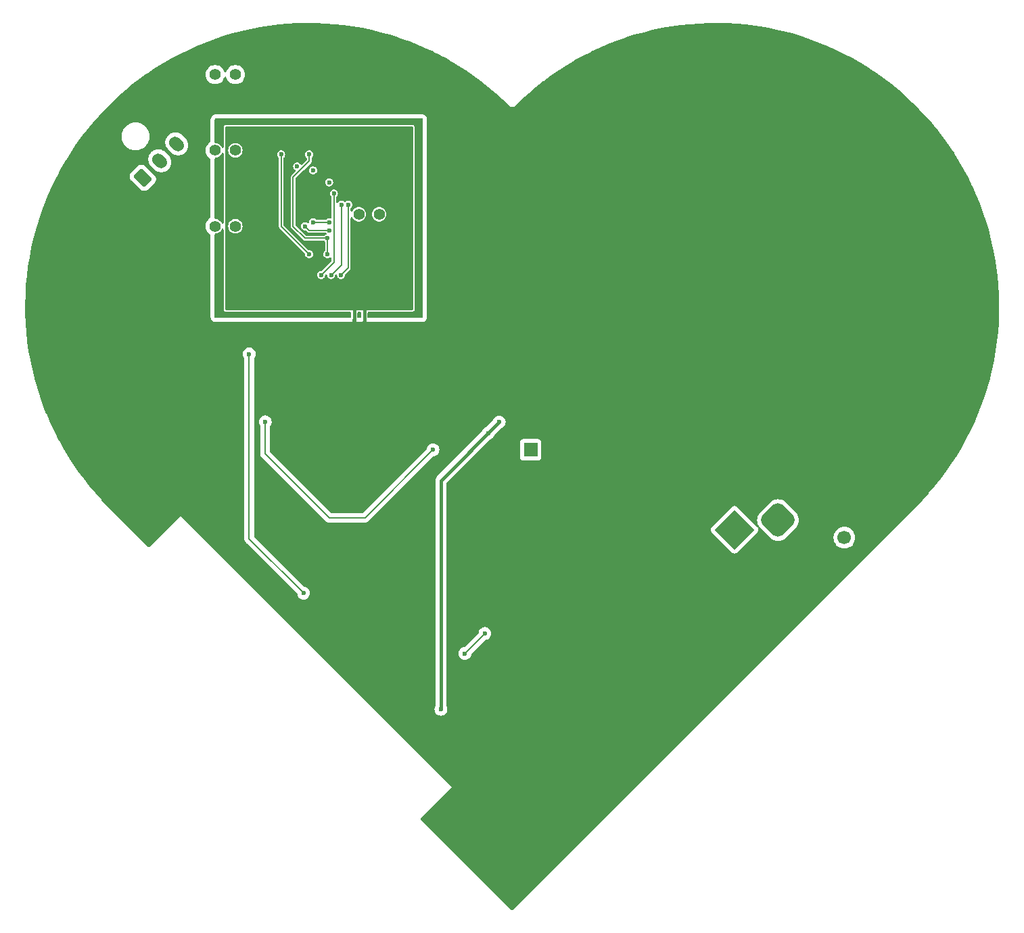
<source format=gbr>
%TF.GenerationSoftware,KiCad,Pcbnew,8.0.2*%
%TF.CreationDate,2024-12-06T21:47:17-05:00*%
%TF.ProjectId,ekg-main,656b672d-6d61-4696-9e2e-6b696361645f,rev?*%
%TF.SameCoordinates,Original*%
%TF.FileFunction,Copper,L2,Bot*%
%TF.FilePolarity,Positive*%
%FSLAX46Y46*%
G04 Gerber Fmt 4.6, Leading zero omitted, Abs format (unit mm)*
G04 Created by KiCad (PCBNEW 8.0.2) date 2024-12-06 21:47:17*
%MOMM*%
%LPD*%
G01*
G04 APERTURE LIST*
G04 Aperture macros list*
%AMRoundRect*
0 Rectangle with rounded corners*
0 $1 Rounding radius*
0 $2 $3 $4 $5 $6 $7 $8 $9 X,Y pos of 4 corners*
0 Add a 4 corners polygon primitive as box body*
4,1,4,$2,$3,$4,$5,$6,$7,$8,$9,$2,$3,0*
0 Add four circle primitives for the rounded corners*
1,1,$1+$1,$2,$3*
1,1,$1+$1,$4,$5*
1,1,$1+$1,$6,$7*
1,1,$1+$1,$8,$9*
0 Add four rect primitives between the rounded corners*
20,1,$1+$1,$2,$3,$4,$5,0*
20,1,$1+$1,$4,$5,$6,$7,0*
20,1,$1+$1,$6,$7,$8,$9,0*
20,1,$1+$1,$8,$9,$2,$3,0*%
%AMHorizOval*
0 Thick line with rounded ends*
0 $1 width*
0 $2 $3 position (X,Y) of the first rounded end (center of the circle)*
0 $4 $5 position (X,Y) of the second rounded end (center of the circle)*
0 Add line between two ends*
20,1,$1,$2,$3,$4,$5,0*
0 Add two circle primitives to create the rounded ends*
1,1,$1,$2,$3*
1,1,$1,$4,$5*%
%AMRotRect*
0 Rectangle, with rotation*
0 The origin of the aperture is its center*
0 $1 length*
0 $2 width*
0 $3 Rotation angle, in degrees counterclockwise*
0 Add horizontal line*
21,1,$1,$2,0,0,$3*%
G04 Aperture macros list end*
%TA.AperFunction,ComponentPad*%
%ADD10RotRect,3.500000X3.500000X135.000000*%
%TD*%
%TA.AperFunction,ComponentPad*%
%ADD11RoundRect,0.750000X1.237437X0.176777X0.176777X1.237437X-1.237437X-0.176777X-0.176777X-1.237437X0*%
%TD*%
%TA.AperFunction,ComponentPad*%
%ADD12RoundRect,0.875000X1.237437X0.000000X0.000000X1.237437X-1.237437X0.000000X0.000000X-1.237437X0*%
%TD*%
%TA.AperFunction,ComponentPad*%
%ADD13RotRect,1.700000X1.700000X45.000000*%
%TD*%
%TA.AperFunction,ComponentPad*%
%ADD14HorizOval,1.700000X0.000000X0.000000X0.000000X0.000000X0*%
%TD*%
%TA.AperFunction,ComponentPad*%
%ADD15C,1.400000*%
%TD*%
%TA.AperFunction,HeatsinkPad*%
%ADD16C,0.600000*%
%TD*%
%TA.AperFunction,ComponentPad*%
%ADD17RoundRect,0.250001X0.183848X-0.890953X0.890953X-0.183848X-0.183848X0.890953X-0.890953X0.183848X0*%
%TD*%
%TA.AperFunction,ComponentPad*%
%ADD18HorizOval,1.500000X-0.183848X0.183848X0.183848X-0.183848X0*%
%TD*%
%TA.AperFunction,ComponentPad*%
%ADD19R,1.700000X1.700000*%
%TD*%
%TA.AperFunction,ComponentPad*%
%ADD20O,1.700000X1.700000*%
%TD*%
%TA.AperFunction,ViaPad*%
%ADD21C,0.600000*%
%TD*%
%TA.AperFunction,Conductor*%
%ADD22C,0.400000*%
%TD*%
%TA.AperFunction,Conductor*%
%ADD23C,0.200000*%
%TD*%
G04 APERTURE END LIST*
D10*
%TO.P,J6,1*%
%TO.N,/power/hv*%
X248757359Y-105507359D03*
D11*
%TO.P,J6,2*%
%TO.N,GND*%
X253000000Y-109750000D03*
D12*
%TO.P,J6,3*%
%TO.N,N/C*%
X254202081Y-104305277D03*
%TD*%
D13*
%TO.P,JP1,1,A*%
%TO.N,GND*%
X260703949Y-104703949D03*
D14*
%TO.P,JP1,2,B*%
%TO.N,Net-(JP1-B)*%
X262500000Y-106500000D03*
%TD*%
D15*
%TO.P,TP5,1,1*%
%TO.N,GND*%
X166230000Y-67500000D03*
X168770000Y-67500000D03*
%TD*%
%TO.P,TP4,1,1*%
%TO.N,/ekg/out*%
X201730000Y-66000000D03*
X204270000Y-66000000D03*
%TD*%
%TO.P,TP8,1,1*%
%TO.N,GND*%
X166230000Y-92500000D03*
X168770000Y-92500000D03*
%TD*%
%TO.P,TP6,1,1*%
%TO.N,GND*%
X166230000Y-75833333D03*
X168770000Y-75833333D03*
%TD*%
D16*
%TO.P,U1,39,GND*%
%TO.N,GND*%
X203656675Y-116578338D03*
X204735013Y-115500000D03*
X202578338Y-116578338D03*
X203656675Y-115500000D03*
X204735013Y-114421662D03*
X202578338Y-115500000D03*
X203656675Y-114421662D03*
X201500000Y-115500000D03*
X202578338Y-114421662D03*
X203656675Y-113343324D03*
X201500000Y-114421662D03*
X202578338Y-113343324D03*
%TD*%
D15*
%TO.P,TP1,1,1*%
%TO.N,/ekg/RL*%
X183730000Y-67500000D03*
X186270000Y-67500000D03*
%TD*%
%TO.P,TP7,1,1*%
%TO.N,GND*%
X166230000Y-84166666D03*
X168770000Y-84166666D03*
%TD*%
D17*
%TO.P,J4,1,Pin_1*%
%TO.N,/ekg/RL*%
X174685894Y-61428534D03*
D18*
%TO.P,J4,2,Pin_2*%
%TO.N,/ekg/RA*%
X176807214Y-59307214D03*
%TO.P,J4,3,Pin_3*%
%TO.N,/ekg/LA*%
X178928535Y-57185893D03*
%TD*%
D19*
%TO.P,J3,1,Pin_1*%
%TO.N,Net-(J3-Pin_1)*%
X223225000Y-95500000D03*
D20*
%TO.P,J3,2,Pin_2*%
%TO.N,GND*%
X225765000Y-95500000D03*
%TD*%
D15*
%TO.P,TP2,1,1*%
%TO.N,/ekg/RA*%
X186270000Y-48500000D03*
X183730000Y-48500000D03*
%TD*%
%TO.P,TP3,1,1*%
%TO.N,/ekg/LA*%
X183730000Y-58000000D03*
X186270000Y-58000000D03*
%TD*%
D21*
%TO.N,GND*%
X182000000Y-58000000D03*
X182000000Y-62400000D03*
X182000000Y-64400000D03*
X215000000Y-124800000D03*
%TO.N,PP_3V3_MAIN*%
X219287500Y-92037500D03*
X198000000Y-62000000D03*
X196000000Y-60500000D03*
X217912500Y-93412500D03*
X212000000Y-128000000D03*
%TO.N,GND*%
X194250000Y-56000000D03*
X207250000Y-77000000D03*
X202400000Y-88200000D03*
X201130000Y-81000000D03*
X201130000Y-79400000D03*
X202400000Y-85000000D03*
X202000000Y-62500000D03*
X188250000Y-77000000D03*
X202400000Y-96200000D03*
X202400000Y-91400000D03*
X202400000Y-75400000D03*
X202400000Y-73800000D03*
X202400000Y-72200000D03*
X202400000Y-97800000D03*
X201130000Y-95400000D03*
X201130000Y-76200000D03*
X186250000Y-62500000D03*
X207250000Y-69000000D03*
X201130000Y-98600000D03*
X201130000Y-85800000D03*
X206500000Y-62500000D03*
X201130000Y-97000000D03*
X205250000Y-77000000D03*
X201130000Y-73000000D03*
X202400000Y-77000000D03*
X201130000Y-89000000D03*
X207250000Y-75000000D03*
X196250000Y-56000000D03*
X204250000Y-56000000D03*
X186250000Y-71000000D03*
X202400000Y-94600000D03*
X201130000Y-84200000D03*
X202400000Y-89800000D03*
X192250000Y-77000000D03*
X211000000Y-60500000D03*
X201130000Y-87400000D03*
X207250000Y-71000000D03*
X202400000Y-86600000D03*
X202250000Y-56000000D03*
X192800000Y-66200000D03*
X202400000Y-80200000D03*
X201130000Y-93800000D03*
X201130000Y-69800000D03*
X202400000Y-69000000D03*
X201130000Y-71400000D03*
X202000000Y-60500000D03*
X202400000Y-81800000D03*
X202400000Y-93000000D03*
X186250000Y-75000000D03*
X202400000Y-70600000D03*
X190250000Y-77000000D03*
X201130000Y-92200000D03*
X202400000Y-83400000D03*
X188250000Y-56000000D03*
X201130000Y-68200000D03*
X186250000Y-60250000D03*
X206500000Y-60500000D03*
X200250000Y-56000000D03*
X192250000Y-56000000D03*
X211000000Y-62500000D03*
X194250000Y-77000000D03*
X201130000Y-82600000D03*
X201130000Y-90600000D03*
X186250000Y-56000000D03*
X207250000Y-73000000D03*
X186250000Y-77000000D03*
X198250000Y-56000000D03*
X186250000Y-64250000D03*
X186250000Y-73000000D03*
X201130000Y-77800000D03*
X202400000Y-99400000D03*
X197000000Y-61500000D03*
X190250000Y-56000000D03*
X201130000Y-74600000D03*
%TO.N,/ekg/hpsense*%
X194000000Y-60000000D03*
%TO.N,/ekg/refout*%
X198000000Y-68000000D03*
X195000000Y-67500000D03*
%TO.N,/control/boot0*%
X211000000Y-95500000D03*
X190000000Y-92000000D03*
%TO.N,/control/sda*%
X215000000Y-121000000D03*
X217500000Y-118500000D03*
%TO.N,/control/EN*%
X188000000Y-83500000D03*
X194809226Y-113440774D03*
%TO.N,Net-(R10-Pad2)*%
X192000000Y-58500000D03*
X195500000Y-71000000D03*
%TO.N,/ekg/iaout*%
X197800000Y-71000000D03*
X197800000Y-69000000D03*
X195500000Y-58500000D03*
%TO.N,/ekg/oa-*%
X198000000Y-67010000D03*
X196000000Y-67000000D03*
%TO.N,/control/~{sdn}*%
X197000000Y-73600000D03*
X198600000Y-63400000D03*
%TO.N,/control/lod+*%
X199500000Y-73600000D03*
X200400000Y-64800000D03*
%TO.N,/control/lod-*%
X199551470Y-64800000D03*
X198250000Y-73624263D03*
%TD*%
D22*
%TO.N,PP_3V3_MAIN*%
X219287500Y-92037500D02*
X212000000Y-99325000D01*
X212000000Y-99325000D02*
X212000000Y-128000000D01*
%TO.N,GND*%
X202400000Y-75400000D02*
X202400000Y-83400000D01*
X201130000Y-74600000D02*
X201130000Y-82600000D01*
D23*
%TO.N,/ekg/refout*%
X195500000Y-68000000D02*
X195000000Y-67500000D01*
X198000000Y-68000000D02*
X195500000Y-68000000D01*
%TO.N,/control/boot0*%
X190000000Y-92000000D02*
X190000000Y-96000000D01*
X198000000Y-104000000D02*
X202500000Y-104000000D01*
X190000000Y-96000000D02*
X198000000Y-104000000D01*
X202500000Y-104000000D02*
X211000000Y-95500000D01*
%TO.N,/control/sda*%
X217500000Y-118500000D02*
X215000000Y-121000000D01*
%TO.N,/control/EN*%
X188000000Y-106631548D02*
X188000000Y-83500000D01*
X194809226Y-113440774D02*
X188000000Y-106631548D01*
%TO.N,Net-(R10-Pad2)*%
X195500000Y-71000000D02*
X192000000Y-67500000D01*
X192000000Y-67500000D02*
X192000000Y-58500000D01*
%TO.N,/ekg/iaout*%
X193500000Y-67500000D02*
X193500000Y-61348529D01*
X197800000Y-69000000D02*
X197800000Y-71000000D01*
X193500000Y-61348529D02*
X195500000Y-59348529D01*
X195500000Y-59348529D02*
X195500000Y-58500000D01*
X195000000Y-69000000D02*
X193500000Y-67500000D01*
X197800000Y-69000000D02*
X195000000Y-69000000D01*
%TO.N,/ekg/oa-*%
X196000000Y-67000000D02*
X197990000Y-67000000D01*
X197990000Y-67000000D02*
X198000000Y-67010000D01*
%TO.N,/control/~{sdn}*%
X198600000Y-72000000D02*
X198600000Y-63400000D01*
X197000000Y-73600000D02*
X198600000Y-72000000D01*
%TO.N,/control/lod+*%
X199500000Y-73600000D02*
X200400000Y-72700000D01*
X200400000Y-72700000D02*
X200400000Y-64800000D01*
%TO.N,/control/lod-*%
X199551470Y-72322793D02*
X199551470Y-64800000D01*
X198250000Y-73624263D02*
X199551470Y-72322793D01*
%TD*%
%TA.AperFunction,Conductor*%
%TO.N,GND*%
G36*
X208443039Y-55019685D02*
G01*
X208488794Y-55072489D01*
X208500000Y-55124000D01*
X208500000Y-77876000D01*
X208480315Y-77943039D01*
X208427511Y-77988794D01*
X208376000Y-78000000D01*
X185124000Y-78000000D01*
X185056961Y-77980315D01*
X185011206Y-77927511D01*
X185000000Y-77876000D01*
X185000000Y-67500000D01*
X185364540Y-67500000D01*
X185384326Y-67688256D01*
X185384327Y-67688259D01*
X185442818Y-67868277D01*
X185442821Y-67868284D01*
X185537467Y-68032216D01*
X185541612Y-68036819D01*
X185664129Y-68172888D01*
X185817265Y-68284148D01*
X185817270Y-68284151D01*
X185990192Y-68361142D01*
X185990197Y-68361144D01*
X186175354Y-68400500D01*
X186175355Y-68400500D01*
X186364644Y-68400500D01*
X186364646Y-68400500D01*
X186549803Y-68361144D01*
X186722730Y-68284151D01*
X186875871Y-68172888D01*
X187002533Y-68032216D01*
X187097179Y-67868284D01*
X187155674Y-67688256D01*
X187175460Y-67500000D01*
X187155674Y-67311744D01*
X187097179Y-67131716D01*
X187002533Y-66967784D01*
X186875871Y-66827112D01*
X186875870Y-66827111D01*
X186722734Y-66715851D01*
X186722729Y-66715848D01*
X186549807Y-66638857D01*
X186549802Y-66638855D01*
X186404001Y-66607865D01*
X186364646Y-66599500D01*
X186175354Y-66599500D01*
X186142897Y-66606398D01*
X185990197Y-66638855D01*
X185990192Y-66638857D01*
X185817270Y-66715848D01*
X185817265Y-66715851D01*
X185664129Y-66827111D01*
X185537466Y-66967785D01*
X185442821Y-67131715D01*
X185442818Y-67131722D01*
X185387979Y-67300500D01*
X185384326Y-67311744D01*
X185364540Y-67500000D01*
X185000000Y-67500000D01*
X185000000Y-58000000D01*
X185364540Y-58000000D01*
X185384326Y-58188256D01*
X185384327Y-58188259D01*
X185442818Y-58368277D01*
X185442821Y-58368284D01*
X185537467Y-58532216D01*
X185636728Y-58642456D01*
X185664129Y-58672888D01*
X185817265Y-58784148D01*
X185817270Y-58784151D01*
X185990192Y-58861142D01*
X185990197Y-58861144D01*
X186175354Y-58900500D01*
X186175355Y-58900500D01*
X186364644Y-58900500D01*
X186364646Y-58900500D01*
X186549803Y-58861144D01*
X186722730Y-58784151D01*
X186875871Y-58672888D01*
X187002533Y-58532216D01*
X187021133Y-58500000D01*
X191494353Y-58500000D01*
X191514834Y-58642456D01*
X191574177Y-58772397D01*
X191574623Y-58773373D01*
X191668872Y-58882143D01*
X191668875Y-58882144D01*
X191669213Y-58882535D01*
X191698238Y-58946091D01*
X191699500Y-58963738D01*
X191699500Y-67539562D01*
X191707799Y-67570534D01*
X191719979Y-67615990D01*
X191734224Y-67640663D01*
X191752287Y-67671948D01*
X191752287Y-67671950D01*
X191759537Y-67684507D01*
X191759541Y-67684512D01*
X194960604Y-70885575D01*
X194994089Y-70946898D01*
X194995661Y-70990902D01*
X194994353Y-70999999D01*
X195014834Y-71142456D01*
X195074622Y-71273371D01*
X195074623Y-71273373D01*
X195168872Y-71382143D01*
X195289947Y-71459953D01*
X195289950Y-71459954D01*
X195289949Y-71459954D01*
X195428036Y-71500499D01*
X195428038Y-71500500D01*
X195428039Y-71500500D01*
X195571962Y-71500500D01*
X195571962Y-71500499D01*
X195710053Y-71459953D01*
X195831128Y-71382143D01*
X195925377Y-71273373D01*
X195985165Y-71142457D01*
X196005647Y-71000000D01*
X195985165Y-70857543D01*
X195925377Y-70726627D01*
X195831128Y-70617857D01*
X195710053Y-70540047D01*
X195710051Y-70540046D01*
X195710049Y-70540045D01*
X195710050Y-70540045D01*
X195571963Y-70499500D01*
X195571961Y-70499500D01*
X195475833Y-70499500D01*
X195408794Y-70479815D01*
X195388152Y-70463181D01*
X192336819Y-67411848D01*
X192303334Y-67350525D01*
X192300500Y-67324167D01*
X192300500Y-61308967D01*
X193199500Y-61308967D01*
X193199500Y-67539562D01*
X193207799Y-67570534D01*
X193219979Y-67615990D01*
X193234224Y-67640663D01*
X193252287Y-67671948D01*
X193252287Y-67671950D01*
X193259537Y-67684507D01*
X193259539Y-67684510D01*
X193259540Y-67684511D01*
X194759540Y-69184511D01*
X194815489Y-69240460D01*
X194815491Y-69240461D01*
X194815495Y-69240464D01*
X194872496Y-69273373D01*
X194884011Y-69280021D01*
X194960438Y-69300500D01*
X197341499Y-69300500D01*
X197408538Y-69320185D01*
X197435210Y-69343295D01*
X197468872Y-69382143D01*
X197468874Y-69382144D01*
X197469212Y-69382534D01*
X197498238Y-69446089D01*
X197499500Y-69463738D01*
X197499500Y-70536260D01*
X197479815Y-70603299D01*
X197469213Y-70617462D01*
X197374625Y-70726622D01*
X197374622Y-70726628D01*
X197314834Y-70857543D01*
X197294353Y-71000000D01*
X197314834Y-71142456D01*
X197374622Y-71273371D01*
X197374623Y-71273373D01*
X197468872Y-71382143D01*
X197589947Y-71459953D01*
X197589950Y-71459954D01*
X197589949Y-71459954D01*
X197728036Y-71500499D01*
X197728038Y-71500500D01*
X197728039Y-71500500D01*
X197871962Y-71500500D01*
X197871962Y-71500499D01*
X198010053Y-71459953D01*
X198108461Y-71396709D01*
X198175500Y-71377026D01*
X198242540Y-71396711D01*
X198288294Y-71449515D01*
X198299500Y-71501026D01*
X198299500Y-71824166D01*
X198279815Y-71891205D01*
X198263181Y-71911847D01*
X197111847Y-73063181D01*
X197050524Y-73096666D01*
X197024166Y-73099500D01*
X196928036Y-73099500D01*
X196789949Y-73140045D01*
X196668873Y-73217856D01*
X196574623Y-73326626D01*
X196574622Y-73326628D01*
X196514834Y-73457543D01*
X196494353Y-73600000D01*
X196514834Y-73742456D01*
X196574622Y-73873371D01*
X196574623Y-73873373D01*
X196668872Y-73982143D01*
X196789947Y-74059953D01*
X196789950Y-74059954D01*
X196789949Y-74059954D01*
X196928036Y-74100499D01*
X196928038Y-74100500D01*
X196928039Y-74100500D01*
X197071962Y-74100500D01*
X197071962Y-74100499D01*
X197210053Y-74059953D01*
X197331128Y-73982143D01*
X197425377Y-73873373D01*
X197485165Y-73742457D01*
X197500518Y-73635672D01*
X197529541Y-73572119D01*
X197588319Y-73534344D01*
X197658189Y-73534344D01*
X197716967Y-73572117D01*
X197745993Y-73635673D01*
X197745993Y-73635674D01*
X197764834Y-73766719D01*
X197813541Y-73873371D01*
X197824623Y-73897636D01*
X197918872Y-74006406D01*
X198039947Y-74084216D01*
X198039950Y-74084217D01*
X198039949Y-74084217D01*
X198178036Y-74124762D01*
X198178038Y-74124763D01*
X198178039Y-74124763D01*
X198321962Y-74124763D01*
X198321962Y-74124762D01*
X198460053Y-74084216D01*
X198581128Y-74006406D01*
X198675377Y-73897636D01*
X198735165Y-73766720D01*
X198754007Y-73635673D01*
X198783031Y-73572119D01*
X198841809Y-73534344D01*
X198911678Y-73534344D01*
X198970457Y-73572118D01*
X198999482Y-73635673D01*
X198999482Y-73635674D01*
X199014834Y-73742456D01*
X199074622Y-73873371D01*
X199074623Y-73873373D01*
X199168872Y-73982143D01*
X199289947Y-74059953D01*
X199289950Y-74059954D01*
X199289949Y-74059954D01*
X199428036Y-74100499D01*
X199428038Y-74100500D01*
X199428039Y-74100500D01*
X199571962Y-74100500D01*
X199571962Y-74100499D01*
X199710053Y-74059953D01*
X199831128Y-73982143D01*
X199925377Y-73873373D01*
X199985165Y-73742457D01*
X200005647Y-73600000D01*
X200004339Y-73590905D01*
X200014279Y-73521749D01*
X200039392Y-73485577D01*
X200640460Y-72884511D01*
X200680021Y-72815989D01*
X200700500Y-72739562D01*
X200700500Y-66480627D01*
X200720185Y-66413588D01*
X200772989Y-66367833D01*
X200842147Y-66357889D01*
X200905703Y-66386914D01*
X200931884Y-66418624D01*
X200997466Y-66532214D01*
X200997467Y-66532216D01*
X201124129Y-66672888D01*
X201277265Y-66784148D01*
X201277270Y-66784151D01*
X201450192Y-66861142D01*
X201450197Y-66861144D01*
X201635354Y-66900500D01*
X201635355Y-66900500D01*
X201824644Y-66900500D01*
X201824646Y-66900500D01*
X202009803Y-66861144D01*
X202182730Y-66784151D01*
X202335871Y-66672888D01*
X202462533Y-66532216D01*
X202557179Y-66368284D01*
X202615674Y-66188256D01*
X202635460Y-66000000D01*
X203364540Y-66000000D01*
X203384326Y-66188256D01*
X203384327Y-66188259D01*
X203442818Y-66368277D01*
X203442821Y-66368284D01*
X203537467Y-66532216D01*
X203633487Y-66638857D01*
X203664129Y-66672888D01*
X203817265Y-66784148D01*
X203817270Y-66784151D01*
X203990192Y-66861142D01*
X203990197Y-66861144D01*
X204175354Y-66900500D01*
X204175355Y-66900500D01*
X204364644Y-66900500D01*
X204364646Y-66900500D01*
X204549803Y-66861144D01*
X204722730Y-66784151D01*
X204875871Y-66672888D01*
X205002533Y-66532216D01*
X205097179Y-66368284D01*
X205155674Y-66188256D01*
X205175460Y-66000000D01*
X205155674Y-65811744D01*
X205097179Y-65631716D01*
X205002533Y-65467784D01*
X204875871Y-65327112D01*
X204875870Y-65327111D01*
X204722734Y-65215851D01*
X204722729Y-65215848D01*
X204549807Y-65138857D01*
X204549802Y-65138855D01*
X204404001Y-65107865D01*
X204364646Y-65099500D01*
X204175354Y-65099500D01*
X204142897Y-65106398D01*
X203990197Y-65138855D01*
X203990192Y-65138857D01*
X203817270Y-65215848D01*
X203817265Y-65215851D01*
X203664129Y-65327111D01*
X203537466Y-65467785D01*
X203442821Y-65631715D01*
X203442818Y-65631722D01*
X203384327Y-65811740D01*
X203384326Y-65811744D01*
X203364540Y-66000000D01*
X202635460Y-66000000D01*
X202615674Y-65811744D01*
X202557179Y-65631716D01*
X202462533Y-65467784D01*
X202335871Y-65327112D01*
X202335870Y-65327111D01*
X202182734Y-65215851D01*
X202182729Y-65215848D01*
X202009807Y-65138857D01*
X202009802Y-65138855D01*
X201864001Y-65107865D01*
X201824646Y-65099500D01*
X201635354Y-65099500D01*
X201602897Y-65106398D01*
X201450197Y-65138855D01*
X201450192Y-65138857D01*
X201277270Y-65215848D01*
X201277265Y-65215851D01*
X201124129Y-65327111D01*
X200997466Y-65467785D01*
X200931887Y-65581372D01*
X200881320Y-65629587D01*
X200812713Y-65642811D01*
X200747849Y-65616843D01*
X200707320Y-65559929D01*
X200700500Y-65519372D01*
X200700500Y-65263738D01*
X200720185Y-65196699D01*
X200730787Y-65182535D01*
X200731124Y-65182144D01*
X200731128Y-65182143D01*
X200825377Y-65073373D01*
X200885165Y-64942457D01*
X200905647Y-64800000D01*
X200885165Y-64657543D01*
X200825377Y-64526627D01*
X200731128Y-64417857D01*
X200610053Y-64340047D01*
X200610051Y-64340046D01*
X200610049Y-64340045D01*
X200610050Y-64340045D01*
X200471963Y-64299500D01*
X200471961Y-64299500D01*
X200328039Y-64299500D01*
X200328036Y-64299500D01*
X200189949Y-64340045D01*
X200068872Y-64417857D01*
X200062172Y-64423663D01*
X200061173Y-64422510D01*
X200010669Y-64454967D01*
X199940800Y-64454967D01*
X199890296Y-64422510D01*
X199889298Y-64423663D01*
X199882601Y-64417860D01*
X199882598Y-64417857D01*
X199761523Y-64340047D01*
X199761521Y-64340046D01*
X199761519Y-64340045D01*
X199761520Y-64340045D01*
X199623433Y-64299500D01*
X199623431Y-64299500D01*
X199479509Y-64299500D01*
X199479506Y-64299500D01*
X199341419Y-64340045D01*
X199220343Y-64417856D01*
X199120285Y-64533330D01*
X199118238Y-64531556D01*
X199076010Y-64568146D01*
X199006851Y-64578089D01*
X198943296Y-64549063D01*
X198905522Y-64490284D01*
X198900500Y-64455351D01*
X198900500Y-63863738D01*
X198920185Y-63796699D01*
X198930787Y-63782535D01*
X198931124Y-63782144D01*
X198931128Y-63782143D01*
X199025377Y-63673373D01*
X199085165Y-63542457D01*
X199105647Y-63400000D01*
X199085165Y-63257543D01*
X199025377Y-63126627D01*
X198931128Y-63017857D01*
X198810053Y-62940047D01*
X198810051Y-62940046D01*
X198810049Y-62940045D01*
X198810050Y-62940045D01*
X198671963Y-62899500D01*
X198671961Y-62899500D01*
X198528039Y-62899500D01*
X198528036Y-62899500D01*
X198389949Y-62940045D01*
X198268873Y-63017856D01*
X198174623Y-63126626D01*
X198174622Y-63126628D01*
X198114834Y-63257543D01*
X198094353Y-63400000D01*
X198114834Y-63542456D01*
X198118096Y-63549598D01*
X198174623Y-63673373D01*
X198268872Y-63782143D01*
X198268875Y-63782144D01*
X198269213Y-63782535D01*
X198298238Y-63846091D01*
X198299500Y-63863738D01*
X198299500Y-66410666D01*
X198279815Y-66477705D01*
X198227011Y-66523460D01*
X198157853Y-66533404D01*
X198140566Y-66529643D01*
X198071964Y-66509500D01*
X198071961Y-66509500D01*
X197928039Y-66509500D01*
X197928036Y-66509500D01*
X197789949Y-66550045D01*
X197668872Y-66627857D01*
X197668869Y-66627859D01*
X197643876Y-66656703D01*
X197585098Y-66694477D01*
X197550164Y-66699500D01*
X196458501Y-66699500D01*
X196391462Y-66679815D01*
X196364788Y-66656703D01*
X196331128Y-66617857D01*
X196210053Y-66540047D01*
X196210051Y-66540046D01*
X196210049Y-66540045D01*
X196210050Y-66540045D01*
X196071963Y-66499500D01*
X196071961Y-66499500D01*
X195928039Y-66499500D01*
X195928036Y-66499500D01*
X195789949Y-66540045D01*
X195668873Y-66617856D01*
X195574623Y-66726626D01*
X195574622Y-66726628D01*
X195514834Y-66857543D01*
X195493091Y-67008778D01*
X195490607Y-67008420D01*
X195474668Y-67062705D01*
X195421864Y-67108460D01*
X195352706Y-67118404D01*
X195303314Y-67099982D01*
X195293327Y-67093564D01*
X195210053Y-67040047D01*
X195210051Y-67040046D01*
X195210049Y-67040045D01*
X195210050Y-67040045D01*
X195071963Y-66999500D01*
X195071961Y-66999500D01*
X194928039Y-66999500D01*
X194928036Y-66999500D01*
X194789949Y-67040045D01*
X194668873Y-67117856D01*
X194574623Y-67226626D01*
X194574622Y-67226628D01*
X194514834Y-67357543D01*
X194494353Y-67500000D01*
X194514834Y-67642456D01*
X194534041Y-67684512D01*
X194574623Y-67773373D01*
X194668872Y-67882143D01*
X194789947Y-67959953D01*
X194789950Y-67959954D01*
X194789949Y-67959954D01*
X194842565Y-67975403D01*
X194925280Y-67999690D01*
X194928036Y-68000499D01*
X194928038Y-68000500D01*
X195024167Y-68000500D01*
X195091206Y-68020185D01*
X195111848Y-68036819D01*
X195315489Y-68240460D01*
X195384012Y-68280022D01*
X195460438Y-68300500D01*
X197541499Y-68300500D01*
X197608538Y-68320185D01*
X197635195Y-68343278D01*
X197636035Y-68344247D01*
X197665073Y-68407796D01*
X197655144Y-68476957D01*
X197609400Y-68529770D01*
X197593858Y-68538260D01*
X197589951Y-68540044D01*
X197468873Y-68617856D01*
X197435212Y-68656703D01*
X197376433Y-68694477D01*
X197341499Y-68699500D01*
X195175833Y-68699500D01*
X195108794Y-68679815D01*
X195088152Y-68663181D01*
X193836819Y-67411848D01*
X193803334Y-67350525D01*
X193800500Y-67324167D01*
X193800500Y-62000000D01*
X197494353Y-62000000D01*
X197514834Y-62142456D01*
X197574622Y-62273371D01*
X197574623Y-62273373D01*
X197668872Y-62382143D01*
X197789947Y-62459953D01*
X197789950Y-62459954D01*
X197789949Y-62459954D01*
X197928036Y-62500499D01*
X197928038Y-62500500D01*
X197928039Y-62500500D01*
X198071962Y-62500500D01*
X198071962Y-62500499D01*
X198210053Y-62459953D01*
X198331128Y-62382143D01*
X198425377Y-62273373D01*
X198485165Y-62142457D01*
X198505647Y-62000000D01*
X198485165Y-61857543D01*
X198425377Y-61726627D01*
X198331128Y-61617857D01*
X198210053Y-61540047D01*
X198210051Y-61540046D01*
X198210049Y-61540045D01*
X198210050Y-61540045D01*
X198071963Y-61499500D01*
X198071961Y-61499500D01*
X197928039Y-61499500D01*
X197928036Y-61499500D01*
X197789949Y-61540045D01*
X197668873Y-61617856D01*
X197574623Y-61726626D01*
X197574622Y-61726628D01*
X197514834Y-61857543D01*
X197494353Y-62000000D01*
X193800500Y-62000000D01*
X193800500Y-61524362D01*
X193820185Y-61457323D01*
X193836819Y-61436681D01*
X194773500Y-60500000D01*
X195494353Y-60500000D01*
X195514834Y-60642456D01*
X195574622Y-60773371D01*
X195574623Y-60773373D01*
X195668872Y-60882143D01*
X195789947Y-60959953D01*
X195789950Y-60959954D01*
X195789949Y-60959954D01*
X195928036Y-61000499D01*
X195928038Y-61000500D01*
X195928039Y-61000500D01*
X196071962Y-61000500D01*
X196071962Y-61000499D01*
X196210053Y-60959953D01*
X196331128Y-60882143D01*
X196425377Y-60773373D01*
X196485165Y-60642457D01*
X196505647Y-60500000D01*
X196485165Y-60357543D01*
X196425377Y-60226627D01*
X196331128Y-60117857D01*
X196210053Y-60040047D01*
X196210051Y-60040046D01*
X196210049Y-60040045D01*
X196210050Y-60040045D01*
X196071963Y-59999500D01*
X196071961Y-59999500D01*
X195928039Y-59999500D01*
X195928036Y-59999500D01*
X195789949Y-60040045D01*
X195668873Y-60117856D01*
X195574623Y-60226626D01*
X195574622Y-60226628D01*
X195514834Y-60357543D01*
X195494353Y-60500000D01*
X194773500Y-60500000D01*
X194775995Y-60497505D01*
X195740460Y-59533040D01*
X195741399Y-59531412D01*
X195759815Y-59499517D01*
X195759818Y-59499508D01*
X195759824Y-59499500D01*
X195780021Y-59464518D01*
X195800500Y-59388091D01*
X195800500Y-58963738D01*
X195820185Y-58896699D01*
X195830787Y-58882535D01*
X195831124Y-58882144D01*
X195831128Y-58882143D01*
X195925377Y-58773373D01*
X195985165Y-58642457D01*
X196005647Y-58500000D01*
X195985165Y-58357543D01*
X195925377Y-58226627D01*
X195831128Y-58117857D01*
X195710053Y-58040047D01*
X195710051Y-58040046D01*
X195710049Y-58040045D01*
X195710050Y-58040045D01*
X195571963Y-57999500D01*
X195571961Y-57999500D01*
X195428039Y-57999500D01*
X195428036Y-57999500D01*
X195289949Y-58040045D01*
X195168873Y-58117856D01*
X195074623Y-58226626D01*
X195074622Y-58226628D01*
X195014834Y-58357543D01*
X194994353Y-58500000D01*
X195014834Y-58642456D01*
X195074177Y-58772397D01*
X195074623Y-58773373D01*
X195168872Y-58882143D01*
X195168875Y-58882144D01*
X195169213Y-58882535D01*
X195198238Y-58946091D01*
X195199500Y-58963738D01*
X195199500Y-59172695D01*
X195179815Y-59239734D01*
X195163181Y-59260376D01*
X194636796Y-59786760D01*
X194575473Y-59820245D01*
X194505781Y-59815261D01*
X194449848Y-59773389D01*
X194436321Y-59750590D01*
X194425379Y-59726630D01*
X194425376Y-59726626D01*
X194331128Y-59617857D01*
X194210053Y-59540047D01*
X194210051Y-59540046D01*
X194210049Y-59540045D01*
X194210050Y-59540045D01*
X194071963Y-59499500D01*
X194071961Y-59499500D01*
X193928039Y-59499500D01*
X193928036Y-59499500D01*
X193789949Y-59540045D01*
X193668873Y-59617856D01*
X193574623Y-59726626D01*
X193574622Y-59726628D01*
X193514834Y-59857543D01*
X193494353Y-60000000D01*
X193514834Y-60142456D01*
X193553275Y-60226628D01*
X193574623Y-60273373D01*
X193668872Y-60382143D01*
X193766218Y-60444703D01*
X193811971Y-60497505D01*
X193821915Y-60566663D01*
X193792891Y-60630219D01*
X193786858Y-60636698D01*
X193315489Y-61108069D01*
X193259541Y-61164016D01*
X193259535Y-61164024D01*
X193219982Y-61232533D01*
X193219979Y-61232538D01*
X193206326Y-61283491D01*
X193199500Y-61308967D01*
X192300500Y-61308967D01*
X192300500Y-58963738D01*
X192320185Y-58896699D01*
X192330787Y-58882535D01*
X192331124Y-58882144D01*
X192331128Y-58882143D01*
X192425377Y-58773373D01*
X192485165Y-58642457D01*
X192505647Y-58500000D01*
X192485165Y-58357543D01*
X192425377Y-58226627D01*
X192331128Y-58117857D01*
X192210053Y-58040047D01*
X192210051Y-58040046D01*
X192210049Y-58040045D01*
X192210050Y-58040045D01*
X192071963Y-57999500D01*
X192071961Y-57999500D01*
X191928039Y-57999500D01*
X191928036Y-57999500D01*
X191789949Y-58040045D01*
X191668873Y-58117856D01*
X191574623Y-58226626D01*
X191574622Y-58226628D01*
X191514834Y-58357543D01*
X191494353Y-58500000D01*
X187021133Y-58500000D01*
X187097179Y-58368284D01*
X187155674Y-58188256D01*
X187175460Y-58000000D01*
X187155674Y-57811744D01*
X187097179Y-57631716D01*
X187002533Y-57467784D01*
X186875871Y-57327112D01*
X186875870Y-57327111D01*
X186722734Y-57215851D01*
X186722729Y-57215848D01*
X186549807Y-57138857D01*
X186549802Y-57138855D01*
X186404001Y-57107865D01*
X186364646Y-57099500D01*
X186175354Y-57099500D01*
X186142897Y-57106398D01*
X185990197Y-57138855D01*
X185990192Y-57138857D01*
X185817270Y-57215848D01*
X185817265Y-57215851D01*
X185664129Y-57327111D01*
X185537466Y-57467785D01*
X185442821Y-57631715D01*
X185442818Y-57631722D01*
X185384327Y-57811740D01*
X185384326Y-57811744D01*
X185364540Y-58000000D01*
X185000000Y-58000000D01*
X185000000Y-55124000D01*
X185019685Y-55056961D01*
X185072489Y-55011206D01*
X185124000Y-55000000D01*
X208376000Y-55000000D01*
X208443039Y-55019685D01*
G37*
%TD.AperFunction*%
%TD*%
%TA.AperFunction,Conductor*%
%TO.N,GND*%
G36*
X246670406Y-42039992D02*
G01*
X247840054Y-42069008D01*
X247844087Y-42069175D01*
X249012085Y-42136845D01*
X249016060Y-42137140D01*
X250181220Y-42243394D01*
X250185291Y-42243833D01*
X251346266Y-42388548D01*
X251350257Y-42389114D01*
X252505798Y-42572133D01*
X252509775Y-42572830D01*
X253409169Y-42745941D01*
X253658624Y-42793955D01*
X253662637Y-42794796D01*
X254803542Y-43053783D01*
X254807524Y-43054756D01*
X255939247Y-43351325D01*
X255943128Y-43352411D01*
X257064463Y-43686247D01*
X257068321Y-43687465D01*
X258177980Y-44058186D01*
X258181792Y-44059529D01*
X259278598Y-44466740D01*
X259282413Y-44468229D01*
X260365131Y-44911471D01*
X260368853Y-44913067D01*
X261436337Y-45391870D01*
X261439979Y-45393577D01*
X262491093Y-45907434D01*
X262494703Y-45909274D01*
X263528202Y-46457578D01*
X263531752Y-46459537D01*
X264226132Y-46857890D01*
X264546566Y-47041717D01*
X264550088Y-47043816D01*
X265545092Y-47659228D01*
X265548504Y-47661418D01*
X265855017Y-47865308D01*
X266522573Y-48309362D01*
X266525949Y-48311689D01*
X267478087Y-48991502D01*
X267481382Y-48993937D01*
X268410544Y-49704876D01*
X268413703Y-49707377D01*
X268861710Y-50074272D01*
X269318868Y-50448662D01*
X269321997Y-50451313D01*
X270202104Y-51222075D01*
X270205143Y-51224827D01*
X271059283Y-52024263D01*
X271062230Y-52027114D01*
X271889483Y-52854367D01*
X271892334Y-52857314D01*
X272691770Y-53711454D01*
X272694522Y-53714493D01*
X273465284Y-54594600D01*
X273467935Y-54597729D01*
X273742991Y-54933593D01*
X274209214Y-55502887D01*
X274211727Y-55506061D01*
X274431582Y-55793400D01*
X274922658Y-56435212D01*
X274925095Y-56438510D01*
X275604908Y-57390648D01*
X275607235Y-57394024D01*
X275952900Y-57913670D01*
X276225563Y-58323571D01*
X276255166Y-58368073D01*
X276257381Y-58371524D01*
X276872781Y-59366509D01*
X276874880Y-59370031D01*
X277457049Y-60384825D01*
X277459030Y-60388415D01*
X278007312Y-61421872D01*
X278009174Y-61425526D01*
X278497483Y-62424380D01*
X278523004Y-62476583D01*
X278524739Y-62480287D01*
X278634855Y-62725788D01*
X279003520Y-63547721D01*
X279005136Y-63551489D01*
X279448366Y-64634179D01*
X279449857Y-64637999D01*
X279857058Y-65734778D01*
X279858421Y-65738645D01*
X280229123Y-66848250D01*
X280230358Y-66852160D01*
X280564176Y-67973435D01*
X280565281Y-67977384D01*
X280861840Y-69109072D01*
X280862814Y-69113055D01*
X281121801Y-70253960D01*
X281122642Y-70257973D01*
X281343761Y-71406791D01*
X281344469Y-71410830D01*
X281527478Y-72566305D01*
X281528053Y-72570365D01*
X281672763Y-73731303D01*
X281673203Y-73735380D01*
X281779452Y-74900481D01*
X281779756Y-74904570D01*
X281847420Y-76072478D01*
X281847590Y-76076575D01*
X281876604Y-77246136D01*
X281876638Y-77250236D01*
X281866965Y-78420116D01*
X281866863Y-78424215D01*
X281818517Y-79593108D01*
X281818280Y-79597202D01*
X281731313Y-80763868D01*
X281730941Y-80767951D01*
X281605443Y-81931142D01*
X281604935Y-81935211D01*
X281441057Y-83093545D01*
X281440416Y-83097595D01*
X281238319Y-84249926D01*
X281237544Y-84253953D01*
X280997459Y-85398976D01*
X280996551Y-85402975D01*
X280718747Y-86539391D01*
X280717708Y-86543357D01*
X280402472Y-87670010D01*
X280401302Y-87673940D01*
X280048986Y-88789559D01*
X280047686Y-88793448D01*
X279658691Y-89896763D01*
X279657264Y-89900607D01*
X279231998Y-90990472D01*
X279230445Y-90994267D01*
X278769364Y-92069501D01*
X278767686Y-92073242D01*
X278271316Y-93132628D01*
X278269515Y-93136312D01*
X277738382Y-94178716D01*
X277736460Y-94182338D01*
X277171172Y-95206580D01*
X277169132Y-95210137D01*
X276570262Y-96215169D01*
X276568105Y-96218656D01*
X275936349Y-97203314D01*
X275934078Y-97206728D01*
X275270101Y-98169974D01*
X275267718Y-98173311D01*
X274572270Y-99114059D01*
X274569778Y-99117316D01*
X273843594Y-100034571D01*
X273840996Y-100037743D01*
X273084900Y-100930463D01*
X273082199Y-100933548D01*
X272296979Y-101800806D01*
X272294177Y-101803800D01*
X271480004Y-102645352D01*
X271478516Y-102646863D01*
X220975541Y-153092465D01*
X220914199Y-153125915D01*
X220844510Y-153120891D01*
X220800229Y-153092415D01*
X209470486Y-141762672D01*
X209437001Y-141701349D01*
X209441985Y-141631657D01*
X209470486Y-141587310D01*
X213321057Y-137736740D01*
X203584313Y-127999996D01*
X211194435Y-127999996D01*
X211194435Y-128000003D01*
X211214630Y-128179249D01*
X211214631Y-128179254D01*
X211274211Y-128349523D01*
X211370184Y-128502262D01*
X211497738Y-128629816D01*
X211650478Y-128725789D01*
X211820745Y-128785368D01*
X211820750Y-128785369D01*
X211999996Y-128805565D01*
X212000000Y-128805565D01*
X212000004Y-128805565D01*
X212179249Y-128785369D01*
X212179252Y-128785368D01*
X212179255Y-128785368D01*
X212349522Y-128725789D01*
X212502262Y-128629816D01*
X212629816Y-128502262D01*
X212725789Y-128349522D01*
X212785368Y-128179255D01*
X212805565Y-128000000D01*
X212785368Y-127820745D01*
X212785367Y-127820743D01*
X212785366Y-127820737D01*
X212725790Y-127650479D01*
X212719506Y-127640478D01*
X212700500Y-127574507D01*
X212700500Y-120999996D01*
X214194435Y-120999996D01*
X214194435Y-121000003D01*
X214214630Y-121179249D01*
X214214631Y-121179254D01*
X214274211Y-121349523D01*
X214370184Y-121502262D01*
X214497738Y-121629816D01*
X214650478Y-121725789D01*
X214820745Y-121785368D01*
X214820750Y-121785369D01*
X214999996Y-121805565D01*
X215000000Y-121805565D01*
X215000004Y-121805565D01*
X215179249Y-121785369D01*
X215179252Y-121785368D01*
X215179255Y-121785368D01*
X215349522Y-121725789D01*
X215502262Y-121629816D01*
X215629816Y-121502262D01*
X215725789Y-121349522D01*
X215785368Y-121179255D01*
X215795161Y-121092329D01*
X215822226Y-121027918D01*
X215830690Y-121018543D01*
X217518535Y-119330698D01*
X217579856Y-119297215D01*
X217592311Y-119295163D01*
X217679255Y-119285368D01*
X217849522Y-119225789D01*
X218002262Y-119129816D01*
X218129816Y-119002262D01*
X218225789Y-118849522D01*
X218285368Y-118679255D01*
X218305565Y-118500000D01*
X218302419Y-118472082D01*
X218285369Y-118320750D01*
X218285368Y-118320745D01*
X218225788Y-118150476D01*
X218129815Y-117997737D01*
X218002262Y-117870184D01*
X217849523Y-117774211D01*
X217679254Y-117714631D01*
X217679249Y-117714630D01*
X217500004Y-117694435D01*
X217499996Y-117694435D01*
X217320750Y-117714630D01*
X217320745Y-117714631D01*
X217150476Y-117774211D01*
X216997737Y-117870184D01*
X216870184Y-117997737D01*
X216774210Y-118150478D01*
X216714630Y-118320750D01*
X216704837Y-118407668D01*
X216677770Y-118472082D01*
X216669298Y-118481465D01*
X214981465Y-120169298D01*
X214920142Y-120202783D01*
X214907668Y-120204837D01*
X214820750Y-120214630D01*
X214650478Y-120274210D01*
X214497737Y-120370184D01*
X214370184Y-120497737D01*
X214274211Y-120650476D01*
X214214631Y-120820745D01*
X214214630Y-120820750D01*
X214194435Y-120999996D01*
X212700500Y-120999996D01*
X212700500Y-105507359D01*
X245776839Y-105507359D01*
X245797319Y-105649814D01*
X245797320Y-105649818D01*
X245857106Y-105780729D01*
X245857107Y-105780730D01*
X245857108Y-105780732D01*
X245894727Y-105827415D01*
X245894730Y-105827418D01*
X245894735Y-105827424D01*
X247841214Y-107773901D01*
X248437303Y-108369990D01*
X248483986Y-108407610D01*
X248483987Y-108407610D01*
X248483989Y-108407612D01*
X248614899Y-108467397D01*
X248614900Y-108467397D01*
X248614902Y-108467398D01*
X248757359Y-108487879D01*
X248899816Y-108467398D01*
X249030732Y-108407610D01*
X249077415Y-108369991D01*
X251619990Y-105827415D01*
X251657610Y-105780732D01*
X251717398Y-105649816D01*
X251737879Y-105507359D01*
X251717398Y-105364902D01*
X251696439Y-105319010D01*
X251686496Y-105249853D01*
X251715520Y-105186297D01*
X251774298Y-105148522D01*
X251844167Y-105148521D01*
X251901442Y-105184592D01*
X251925814Y-105211698D01*
X251925827Y-105211712D01*
X253295642Y-106581527D01*
X253334840Y-106616771D01*
X253528828Y-106747884D01*
X253528836Y-106747889D01*
X253661273Y-106807754D01*
X253742190Y-106844331D01*
X253742189Y-106844331D01*
X253968784Y-106903331D01*
X254202078Y-106923187D01*
X254202081Y-106923187D01*
X254202084Y-106923187D01*
X254435377Y-106903331D01*
X254435380Y-106903330D01*
X254435382Y-106903330D01*
X254661972Y-106844331D01*
X254792326Y-106785406D01*
X254875325Y-106747889D01*
X254875326Y-106747887D01*
X254875331Y-106747886D01*
X255069322Y-106616771D01*
X255108506Y-106581540D01*
X255190047Y-106499999D01*
X261144341Y-106499999D01*
X261144341Y-106500000D01*
X261164936Y-106735403D01*
X261164938Y-106735413D01*
X261226094Y-106963655D01*
X261226096Y-106963659D01*
X261226097Y-106963663D01*
X261325965Y-107177830D01*
X261325967Y-107177834D01*
X261434281Y-107332521D01*
X261461505Y-107371401D01*
X261628599Y-107538495D01*
X261725384Y-107606265D01*
X261822165Y-107674032D01*
X261822167Y-107674033D01*
X261822170Y-107674035D01*
X262036337Y-107773903D01*
X262264592Y-107835063D01*
X262452918Y-107851539D01*
X262499999Y-107855659D01*
X262500000Y-107855659D01*
X262500001Y-107855659D01*
X262539234Y-107852226D01*
X262735408Y-107835063D01*
X262963663Y-107773903D01*
X263177830Y-107674035D01*
X263371401Y-107538495D01*
X263538495Y-107371401D01*
X263674035Y-107177830D01*
X263773903Y-106963663D01*
X263835063Y-106735408D01*
X263855659Y-106500000D01*
X263835063Y-106264592D01*
X263773903Y-106036337D01*
X263674035Y-105822171D01*
X263645020Y-105780732D01*
X263538494Y-105628597D01*
X263371402Y-105461506D01*
X263371395Y-105461501D01*
X263177834Y-105325967D01*
X263177830Y-105325965D01*
X263162919Y-105319012D01*
X262963663Y-105226097D01*
X262963659Y-105226096D01*
X262963655Y-105226094D01*
X262735413Y-105164938D01*
X262735403Y-105164936D01*
X262500001Y-105144341D01*
X262499999Y-105144341D01*
X262264596Y-105164936D01*
X262264586Y-105164938D01*
X262036344Y-105226094D01*
X262036335Y-105226098D01*
X261822171Y-105325964D01*
X261822169Y-105325965D01*
X261628597Y-105461505D01*
X261461505Y-105628597D01*
X261325965Y-105822169D01*
X261325964Y-105822171D01*
X261226098Y-106036335D01*
X261226094Y-106036344D01*
X261164938Y-106264586D01*
X261164936Y-106264596D01*
X261144341Y-106499999D01*
X255190047Y-106499999D01*
X256478344Y-105211702D01*
X256513575Y-105172518D01*
X256644690Y-104978527D01*
X256741135Y-104765168D01*
X256800134Y-104538578D01*
X256800134Y-104538576D01*
X256800135Y-104538573D01*
X256819991Y-104305279D01*
X256819991Y-104305274D01*
X256800135Y-104071980D01*
X256741135Y-103845386D01*
X256644693Y-103632032D01*
X256644688Y-103632024D01*
X256513575Y-103438036D01*
X256479890Y-103400572D01*
X256478344Y-103398852D01*
X256478339Y-103398847D01*
X256478331Y-103398838D01*
X255108519Y-102029026D01*
X255069321Y-101993782D01*
X254875333Y-101862669D01*
X254875325Y-101862664D01*
X254661970Y-101766222D01*
X254661972Y-101766222D01*
X254435377Y-101707222D01*
X254202084Y-101687367D01*
X254202078Y-101687367D01*
X253968784Y-101707222D01*
X253742190Y-101766222D01*
X253528836Y-101862664D01*
X253528828Y-101862669D01*
X253334840Y-101993782D01*
X253295642Y-102029026D01*
X251925830Y-103398838D01*
X251890586Y-103438036D01*
X251759473Y-103632024D01*
X251759468Y-103632032D01*
X251663026Y-103845386D01*
X251604026Y-104071980D01*
X251584171Y-104305274D01*
X251584171Y-104305279D01*
X251604026Y-104538573D01*
X251663026Y-104765167D01*
X251759468Y-104978521D01*
X251759471Y-104978527D01*
X251760977Y-104980754D01*
X251761324Y-104981842D01*
X251762040Y-104983124D01*
X251761779Y-104983269D01*
X251782208Y-105047320D01*
X251764080Y-105114797D01*
X251712350Y-105161762D01*
X251643440Y-105173303D01*
X251579229Y-105145758D01*
X251570560Y-105137871D01*
X249077422Y-102644735D01*
X249077415Y-102644728D01*
X249030732Y-102607108D01*
X249030730Y-102607107D01*
X249030728Y-102607105D01*
X248899818Y-102547320D01*
X248899814Y-102547319D01*
X248757359Y-102526839D01*
X248614903Y-102547319D01*
X248614899Y-102547320D01*
X248483988Y-102607106D01*
X248437293Y-102644735D01*
X245894735Y-105187295D01*
X245894729Y-105187302D01*
X245857107Y-105233987D01*
X245857105Y-105233989D01*
X245797320Y-105364899D01*
X245797319Y-105364903D01*
X245776839Y-105507359D01*
X212700500Y-105507359D01*
X212700500Y-99666517D01*
X212720185Y-99599478D01*
X212736814Y-99578841D01*
X217713519Y-94602135D01*
X221874500Y-94602135D01*
X221874500Y-96397870D01*
X221874501Y-96397876D01*
X221880908Y-96457483D01*
X221931202Y-96592328D01*
X221931206Y-96592335D01*
X222017452Y-96707544D01*
X222017455Y-96707547D01*
X222132664Y-96793793D01*
X222132671Y-96793797D01*
X222267517Y-96844091D01*
X222267516Y-96844091D01*
X222274444Y-96844835D01*
X222327127Y-96850500D01*
X224122872Y-96850499D01*
X224182483Y-96844091D01*
X224317331Y-96793796D01*
X224432546Y-96707546D01*
X224518796Y-96592331D01*
X224569091Y-96457483D01*
X224575500Y-96397873D01*
X224575499Y-94602128D01*
X224569091Y-94542517D01*
X224518796Y-94407669D01*
X224518795Y-94407668D01*
X224518793Y-94407664D01*
X224432547Y-94292455D01*
X224432544Y-94292452D01*
X224317335Y-94206206D01*
X224317328Y-94206202D01*
X224182482Y-94155908D01*
X224182483Y-94155908D01*
X224122883Y-94149501D01*
X224122881Y-94149500D01*
X224122873Y-94149500D01*
X224122864Y-94149500D01*
X222327129Y-94149500D01*
X222327123Y-94149501D01*
X222267516Y-94155908D01*
X222132671Y-94206202D01*
X222132664Y-94206206D01*
X222017455Y-94292452D01*
X222017452Y-94292455D01*
X221931206Y-94407664D01*
X221931202Y-94407671D01*
X221880908Y-94542517D01*
X221874501Y-94602116D01*
X221874501Y-94602123D01*
X221874500Y-94602135D01*
X217713519Y-94602135D01*
X218111788Y-94203866D01*
X218158512Y-94174508D01*
X218262022Y-94138289D01*
X218414762Y-94042316D01*
X218542316Y-93914762D01*
X218638289Y-93762022D01*
X218674508Y-93658512D01*
X218703866Y-93611788D01*
X219486788Y-92828866D01*
X219533512Y-92799508D01*
X219637022Y-92763289D01*
X219789762Y-92667316D01*
X219917316Y-92539762D01*
X220013289Y-92387022D01*
X220072868Y-92216755D01*
X220072869Y-92216749D01*
X220093065Y-92037503D01*
X220093065Y-92037496D01*
X220072869Y-91858250D01*
X220072868Y-91858245D01*
X220013288Y-91687976D01*
X219917315Y-91535237D01*
X219789762Y-91407684D01*
X219637023Y-91311711D01*
X219466754Y-91252131D01*
X219466749Y-91252130D01*
X219287504Y-91231935D01*
X219287496Y-91231935D01*
X219108250Y-91252130D01*
X219108245Y-91252131D01*
X218937976Y-91311711D01*
X218785237Y-91407684D01*
X218657684Y-91535237D01*
X218561712Y-91687975D01*
X218561711Y-91687976D01*
X218525491Y-91791486D01*
X218496131Y-91838211D01*
X217713211Y-92621131D01*
X217666486Y-92650491D01*
X217562976Y-92686711D01*
X217562975Y-92686712D01*
X217410237Y-92782684D01*
X217282684Y-92910237D01*
X217186712Y-93062975D01*
X217186711Y-93062976D01*
X217150491Y-93166486D01*
X217121131Y-93213211D01*
X211455888Y-98878453D01*
X211455887Y-98878454D01*
X211379222Y-98993192D01*
X211326421Y-99120667D01*
X211326418Y-99120677D01*
X211299500Y-99256004D01*
X211299500Y-127574507D01*
X211280494Y-127640478D01*
X211274209Y-127650479D01*
X211214633Y-127820737D01*
X211214630Y-127820750D01*
X211194435Y-127999996D01*
X203584313Y-127999996D01*
X179379932Y-103795615D01*
X175529361Y-107646185D01*
X175468038Y-107679670D01*
X175398346Y-107674686D01*
X175353999Y-107646185D01*
X170354661Y-102646847D01*
X170353223Y-102645386D01*
X169539018Y-101803800D01*
X169536216Y-101800806D01*
X169504904Y-101766223D01*
X168957232Y-101161331D01*
X168750996Y-100933548D01*
X168748295Y-100930463D01*
X167992199Y-100037743D01*
X167989601Y-100034571D01*
X167263417Y-99117316D01*
X167260925Y-99114059D01*
X166565477Y-98173311D01*
X166563094Y-98169974D01*
X165899117Y-97206728D01*
X165896846Y-97203314D01*
X165265090Y-96218656D01*
X165262933Y-96215169D01*
X164943597Y-95679255D01*
X164664048Y-95210110D01*
X164662038Y-95206607D01*
X164221094Y-94407664D01*
X164096735Y-94182338D01*
X164094813Y-94178716D01*
X163805947Y-93611786D01*
X163563658Y-93136268D01*
X163561900Y-93132672D01*
X163065506Y-92073237D01*
X163063831Y-92069501D01*
X162973243Y-91858250D01*
X162602740Y-90994243D01*
X162601197Y-90990472D01*
X162175931Y-89900607D01*
X162174504Y-89896763D01*
X162154902Y-89841165D01*
X161785492Y-88793397D01*
X161784225Y-88789608D01*
X161431886Y-87673918D01*
X161430723Y-87670010D01*
X161115487Y-86543357D01*
X161114448Y-86539391D01*
X160836629Y-85402909D01*
X160835747Y-85399027D01*
X160595648Y-84253941D01*
X160594876Y-84249926D01*
X160463353Y-83499996D01*
X187194435Y-83499996D01*
X187194435Y-83500003D01*
X187214630Y-83679249D01*
X187214631Y-83679254D01*
X187274211Y-83849523D01*
X187370185Y-84002263D01*
X187372445Y-84005097D01*
X187373334Y-84007275D01*
X187373889Y-84008158D01*
X187373734Y-84008255D01*
X187398855Y-84069783D01*
X187399500Y-84082412D01*
X187399500Y-106544878D01*
X187399499Y-106544896D01*
X187399499Y-106710602D01*
X187399498Y-106710602D01*
X187440423Y-106863333D01*
X187463514Y-106903326D01*
X187463515Y-106903330D01*
X187463516Y-106903330D01*
X187519479Y-107000262D01*
X187519481Y-107000265D01*
X187638349Y-107119133D01*
X187638355Y-107119138D01*
X193978524Y-113459308D01*
X194012009Y-113520631D01*
X194014063Y-113533105D01*
X194023856Y-113620023D01*
X194083436Y-113790295D01*
X194179410Y-113943036D01*
X194306964Y-114070590D01*
X194459704Y-114166563D01*
X194629971Y-114226142D01*
X194629976Y-114226143D01*
X194809222Y-114246339D01*
X194809226Y-114246339D01*
X194809230Y-114246339D01*
X194988475Y-114226143D01*
X194988478Y-114226142D01*
X194988481Y-114226142D01*
X195158748Y-114166563D01*
X195311488Y-114070590D01*
X195439042Y-113943036D01*
X195535015Y-113790296D01*
X195594594Y-113620029D01*
X195604388Y-113533105D01*
X195614791Y-113440777D01*
X195614791Y-113440770D01*
X195594595Y-113261524D01*
X195594594Y-113261519D01*
X195535014Y-113091250D01*
X195439041Y-112938511D01*
X195311488Y-112810958D01*
X195158747Y-112714984D01*
X194988475Y-112655404D01*
X194901557Y-112645611D01*
X194837143Y-112618544D01*
X194827760Y-112610072D01*
X188636819Y-106419131D01*
X188603334Y-106357808D01*
X188600500Y-106331450D01*
X188600500Y-91999996D01*
X189194435Y-91999996D01*
X189194435Y-92000003D01*
X189214630Y-92179249D01*
X189214631Y-92179254D01*
X189274211Y-92349523D01*
X189370185Y-92502263D01*
X189372445Y-92505097D01*
X189373334Y-92507275D01*
X189373889Y-92508158D01*
X189373734Y-92508255D01*
X189398855Y-92569783D01*
X189399500Y-92582412D01*
X189399500Y-95913330D01*
X189399499Y-95913348D01*
X189399499Y-96079054D01*
X189399498Y-96079054D01*
X189440423Y-96231786D01*
X189440424Y-96231787D01*
X189466608Y-96277139D01*
X189519480Y-96368716D01*
X189519482Y-96368718D01*
X189638349Y-96487585D01*
X189638355Y-96487590D01*
X197515139Y-104364374D01*
X197515149Y-104364385D01*
X197519479Y-104368715D01*
X197519480Y-104368716D01*
X197631284Y-104480520D01*
X197631286Y-104480521D01*
X197631290Y-104480524D01*
X197731844Y-104538578D01*
X197768216Y-104559577D01*
X197880019Y-104589534D01*
X197920942Y-104600500D01*
X197920943Y-104600500D01*
X202413331Y-104600500D01*
X202413347Y-104600501D01*
X202420943Y-104600501D01*
X202579054Y-104600501D01*
X202579057Y-104600501D01*
X202731785Y-104559577D01*
X202781904Y-104530639D01*
X202868716Y-104480520D01*
X202980520Y-104368716D01*
X202980520Y-104368714D01*
X202990728Y-104358507D01*
X202990730Y-104358504D01*
X211018535Y-96330698D01*
X211079856Y-96297215D01*
X211092311Y-96295163D01*
X211179255Y-96285368D01*
X211349522Y-96225789D01*
X211502262Y-96129816D01*
X211629816Y-96002262D01*
X211725789Y-95849522D01*
X211785368Y-95679255D01*
X211805565Y-95500000D01*
X211802419Y-95472082D01*
X211785369Y-95320750D01*
X211785368Y-95320745D01*
X211769840Y-95276368D01*
X211725789Y-95150478D01*
X211629816Y-94997738D01*
X211502262Y-94870184D01*
X211349523Y-94774211D01*
X211179254Y-94714631D01*
X211179249Y-94714630D01*
X211000004Y-94694435D01*
X210999996Y-94694435D01*
X210820750Y-94714630D01*
X210820745Y-94714631D01*
X210650476Y-94774211D01*
X210497737Y-94870184D01*
X210370184Y-94997737D01*
X210274210Y-95150478D01*
X210214630Y-95320750D01*
X210204837Y-95407668D01*
X210177770Y-95472082D01*
X210169298Y-95481465D01*
X202287584Y-103363181D01*
X202226261Y-103396666D01*
X202199903Y-103399500D01*
X198300097Y-103399500D01*
X198233058Y-103379815D01*
X198212416Y-103363181D01*
X190636819Y-95787584D01*
X190603334Y-95726261D01*
X190600500Y-95699903D01*
X190600500Y-92582412D01*
X190620185Y-92515373D01*
X190627555Y-92505097D01*
X190629810Y-92502267D01*
X190629816Y-92502262D01*
X190725789Y-92349522D01*
X190785368Y-92179255D01*
X190797522Y-92071385D01*
X190805565Y-92000003D01*
X190805565Y-91999996D01*
X190785369Y-91820750D01*
X190785368Y-91820745D01*
X190725788Y-91650476D01*
X190629815Y-91497737D01*
X190502262Y-91370184D01*
X190349523Y-91274211D01*
X190179254Y-91214631D01*
X190179249Y-91214630D01*
X190000004Y-91194435D01*
X189999996Y-91194435D01*
X189820750Y-91214630D01*
X189820745Y-91214631D01*
X189650476Y-91274211D01*
X189497737Y-91370184D01*
X189370184Y-91497737D01*
X189274211Y-91650476D01*
X189214631Y-91820745D01*
X189214630Y-91820750D01*
X189194435Y-91999996D01*
X188600500Y-91999996D01*
X188600500Y-84082412D01*
X188620185Y-84015373D01*
X188627555Y-84005097D01*
X188629810Y-84002267D01*
X188629816Y-84002262D01*
X188725789Y-83849522D01*
X188785368Y-83679255D01*
X188805565Y-83500000D01*
X188785368Y-83320745D01*
X188725789Y-83150478D01*
X188629816Y-82997738D01*
X188502262Y-82870184D01*
X188349523Y-82774211D01*
X188179254Y-82714631D01*
X188179249Y-82714630D01*
X188000004Y-82694435D01*
X187999996Y-82694435D01*
X187820750Y-82714630D01*
X187820745Y-82714631D01*
X187650476Y-82774211D01*
X187497737Y-82870184D01*
X187370184Y-82997737D01*
X187274211Y-83150476D01*
X187214631Y-83320745D01*
X187214630Y-83320750D01*
X187194435Y-83499996D01*
X160463353Y-83499996D01*
X160392771Y-83097547D01*
X160392145Y-83093593D01*
X160228255Y-81935175D01*
X160227756Y-81931177D01*
X160102249Y-80767903D01*
X160101886Y-80763917D01*
X160014915Y-79597202D01*
X160014678Y-79593108D01*
X159966331Y-78424207D01*
X159966230Y-78420116D01*
X159962318Y-77946957D01*
X159956557Y-77250180D01*
X159956590Y-77246192D01*
X159985606Y-76076541D01*
X159985773Y-76072513D01*
X160053443Y-74904508D01*
X160053738Y-74900541D01*
X160159992Y-73735371D01*
X160160432Y-73731303D01*
X160174489Y-73618533D01*
X160305147Y-72570323D01*
X160305710Y-72566348D01*
X160488733Y-71410789D01*
X160489426Y-71406832D01*
X160710553Y-70257970D01*
X160711394Y-70253960D01*
X160806667Y-69834259D01*
X160970384Y-69113039D01*
X160971355Y-69109072D01*
X161267927Y-67977334D01*
X161269004Y-67973485D01*
X161602850Y-66852116D01*
X161604058Y-66848293D01*
X161974790Y-65738597D01*
X161976120Y-65734824D01*
X162383348Y-64637972D01*
X162384818Y-64634205D01*
X162828078Y-63551444D01*
X162829655Y-63547766D01*
X163308479Y-62480237D01*
X163310163Y-62476640D01*
X163824044Y-61425480D01*
X163825859Y-61421918D01*
X163966425Y-61156965D01*
X173044440Y-61156965D01*
X173044440Y-61332407D01*
X173069369Y-61437588D01*
X173084900Y-61503120D01*
X173163638Y-61659903D01*
X173228886Y-61739998D01*
X173228895Y-61740009D01*
X174374419Y-62885533D01*
X174374429Y-62885541D01*
X174454524Y-62950789D01*
X174454525Y-62950789D01*
X174454527Y-62950791D01*
X174611308Y-63029528D01*
X174782021Y-63069988D01*
X174782023Y-63069988D01*
X174957460Y-63069988D01*
X174957463Y-63069988D01*
X175128175Y-63029528D01*
X175284956Y-62950791D01*
X175365064Y-62885533D01*
X176142893Y-62107704D01*
X176208151Y-62027596D01*
X176286888Y-61870815D01*
X176327348Y-61700103D01*
X176327348Y-61524661D01*
X176286888Y-61353948D01*
X176208151Y-61197167D01*
X176205925Y-61194435D01*
X176142901Y-61117069D01*
X176142893Y-61117059D01*
X174997369Y-59971535D01*
X174956218Y-59938012D01*
X174917263Y-59906278D01*
X174760480Y-59827540D01*
X174731810Y-59820745D01*
X174589767Y-59787080D01*
X174414325Y-59787080D01*
X174330134Y-59807034D01*
X174243611Y-59827540D01*
X174086829Y-59906278D01*
X174006734Y-59971526D01*
X174006716Y-59971542D01*
X173228902Y-60749356D01*
X173228886Y-60749374D01*
X173163638Y-60829469D01*
X173084900Y-60986251D01*
X173065852Y-61066623D01*
X173044440Y-61156965D01*
X163966425Y-61156965D01*
X164374189Y-60388369D01*
X164376121Y-60384870D01*
X164958330Y-59370004D01*
X164960407Y-59366521D01*
X165171673Y-59024943D01*
X175372866Y-59024943D01*
X175372866Y-59221788D01*
X175403656Y-59416192D01*
X175464483Y-59603396D01*
X175551519Y-59774211D01*
X175553842Y-59778771D01*
X175669538Y-59938012D01*
X176176417Y-60444891D01*
X176335657Y-60560586D01*
X176418516Y-60602804D01*
X176511031Y-60649944D01*
X176511033Y-60649944D01*
X176511036Y-60649946D01*
X176583568Y-60673513D01*
X176698235Y-60710771D01*
X176892641Y-60741562D01*
X176892646Y-60741562D01*
X177089484Y-60741562D01*
X177283889Y-60710771D01*
X177471088Y-60649946D01*
X177646467Y-60560586D01*
X177805708Y-60444891D01*
X177944891Y-60305708D01*
X178060586Y-60146467D01*
X178149946Y-59971088D01*
X178210771Y-59783889D01*
X178231901Y-59650478D01*
X178241562Y-59589484D01*
X178241562Y-59392640D01*
X178210771Y-59198235D01*
X178167047Y-59063668D01*
X178149946Y-59011036D01*
X178149944Y-59011033D01*
X178149944Y-59011031D01*
X178067651Y-58849523D01*
X178060586Y-58835657D01*
X177944891Y-58676417D01*
X177438012Y-58169538D01*
X177278771Y-58053842D01*
X177222458Y-58025149D01*
X177103396Y-57964483D01*
X176916192Y-57903656D01*
X176721788Y-57872866D01*
X176721783Y-57872866D01*
X176524949Y-57872866D01*
X176524944Y-57872866D01*
X176330539Y-57903656D01*
X176143335Y-57964483D01*
X175967960Y-58053842D01*
X175877107Y-58119851D01*
X175808720Y-58169538D01*
X175808718Y-58169540D01*
X175808717Y-58169540D01*
X175669540Y-58308717D01*
X175669540Y-58308718D01*
X175669538Y-58308720D01*
X175626415Y-58368073D01*
X175553842Y-58467960D01*
X175464483Y-58643335D01*
X175403656Y-58830539D01*
X175372866Y-59024943D01*
X165171673Y-59024943D01*
X165575843Y-58371477D01*
X165577998Y-58368121D01*
X166225965Y-57394015D01*
X166228287Y-57390648D01*
X166908100Y-56438510D01*
X166910513Y-56435243D01*
X167138122Y-56137770D01*
X172002013Y-56137770D01*
X172002013Y-56367253D01*
X172026744Y-56555093D01*
X172031965Y-56594750D01*
X172064008Y-56714336D01*
X172091355Y-56816399D01*
X172179163Y-57028388D01*
X172179170Y-57028402D01*
X172293905Y-57227129D01*
X172433594Y-57409173D01*
X172433602Y-57409182D01*
X172595843Y-57571423D01*
X172595851Y-57571430D01*
X172777895Y-57711119D01*
X172777898Y-57711120D01*
X172777901Y-57711123D01*
X172976625Y-57825856D01*
X172976630Y-57825858D01*
X172976636Y-57825861D01*
X173067993Y-57863702D01*
X173188626Y-57913670D01*
X173410275Y-57973060D01*
X173637779Y-58003012D01*
X173637786Y-58003012D01*
X173867240Y-58003012D01*
X173867247Y-58003012D01*
X174094751Y-57973060D01*
X174316400Y-57913670D01*
X174528401Y-57825856D01*
X174727125Y-57711123D01*
X174909174Y-57571431D01*
X174909178Y-57571426D01*
X174909183Y-57571423D01*
X175071424Y-57409182D01*
X175071427Y-57409177D01*
X175071432Y-57409173D01*
X175211124Y-57227124D01*
X175325857Y-57028400D01*
X175377542Y-56903622D01*
X177494187Y-56903622D01*
X177494187Y-57100467D01*
X177524977Y-57294871D01*
X177585804Y-57482075D01*
X177631334Y-57571431D01*
X177675163Y-57657450D01*
X177790859Y-57816691D01*
X178297738Y-58323570D01*
X178456978Y-58439265D01*
X178513295Y-58467960D01*
X178632352Y-58528623D01*
X178632354Y-58528623D01*
X178632357Y-58528625D01*
X178732701Y-58561228D01*
X178819556Y-58589450D01*
X179013962Y-58620241D01*
X179013967Y-58620241D01*
X179210805Y-58620241D01*
X179405210Y-58589450D01*
X179592409Y-58528625D01*
X179767788Y-58439265D01*
X179927029Y-58323570D01*
X180066212Y-58184387D01*
X180181907Y-58025146D01*
X180194720Y-57999999D01*
X182524357Y-57999999D01*
X182524357Y-58000000D01*
X182544884Y-58221535D01*
X182544885Y-58221537D01*
X182605769Y-58435523D01*
X182605775Y-58435538D01*
X182704938Y-58634683D01*
X182704943Y-58634691D01*
X182839020Y-58812238D01*
X183003433Y-58962120D01*
X183003435Y-58962121D01*
X183003438Y-58962124D01*
X183115778Y-59031681D01*
X183162413Y-59083707D01*
X183174500Y-59137107D01*
X183174500Y-66362891D01*
X183154815Y-66429930D01*
X183115778Y-66468318D01*
X183003436Y-66537877D01*
X182839020Y-66687761D01*
X182704943Y-66865308D01*
X182704938Y-66865316D01*
X182605775Y-67064461D01*
X182605769Y-67064476D01*
X182544885Y-67278462D01*
X182544884Y-67278464D01*
X182524357Y-67499999D01*
X182524357Y-67500000D01*
X182544884Y-67721535D01*
X182544885Y-67721537D01*
X182605769Y-67935523D01*
X182605775Y-67935538D01*
X182704938Y-68134683D01*
X182704943Y-68134691D01*
X182839020Y-68312238D01*
X183003433Y-68462120D01*
X183003435Y-68462121D01*
X183003438Y-68462124D01*
X183115778Y-68531681D01*
X183162413Y-68583707D01*
X183174500Y-68637107D01*
X183174500Y-78876000D01*
X183174501Y-78876009D01*
X183186052Y-78983450D01*
X183186054Y-78983462D01*
X183197260Y-79034972D01*
X183231383Y-79137497D01*
X183231386Y-79137503D01*
X183309171Y-79258537D01*
X183309179Y-79258548D01*
X183354923Y-79311340D01*
X183354926Y-79311343D01*
X183354930Y-79311347D01*
X183463664Y-79405567D01*
X183463667Y-79405568D01*
X183463668Y-79405569D01*
X183557925Y-79448616D01*
X183594541Y-79465338D01*
X183661580Y-79485023D01*
X183661584Y-79485024D01*
X183804000Y-79505500D01*
X183804003Y-79505500D01*
X200605490Y-79505500D01*
X200605500Y-79505500D01*
X200712956Y-79493947D01*
X200764467Y-79482741D01*
X200798697Y-79471347D01*
X200866997Y-79448616D01*
X200867001Y-79448613D01*
X200867004Y-79448613D01*
X200988043Y-79370825D01*
X201040847Y-79325070D01*
X201040859Y-79325055D01*
X201042962Y-79322954D01*
X201043849Y-79322469D01*
X201044195Y-79322170D01*
X201044260Y-79322245D01*
X201104282Y-79289463D01*
X201173975Y-79294441D01*
X201211855Y-79316915D01*
X201314160Y-79405564D01*
X201314161Y-79405565D01*
X201314164Y-79405567D01*
X201314166Y-79405568D01*
X201314168Y-79405569D01*
X201408425Y-79448616D01*
X201445041Y-79465338D01*
X201512080Y-79485023D01*
X201512084Y-79485024D01*
X201654500Y-79505500D01*
X201654503Y-79505500D01*
X201875490Y-79505500D01*
X201875500Y-79505500D01*
X201982956Y-79493947D01*
X202034467Y-79482741D01*
X202068697Y-79471347D01*
X202136997Y-79448616D01*
X202137001Y-79448613D01*
X202137004Y-79448613D01*
X202258043Y-79370825D01*
X202310847Y-79325070D01*
X202310859Y-79325055D01*
X202312962Y-79322954D01*
X202313849Y-79322469D01*
X202314195Y-79322170D01*
X202314260Y-79322245D01*
X202374282Y-79289463D01*
X202443975Y-79294441D01*
X202481855Y-79316915D01*
X202584160Y-79405564D01*
X202584161Y-79405565D01*
X202584164Y-79405567D01*
X202584166Y-79405568D01*
X202584168Y-79405569D01*
X202678425Y-79448616D01*
X202715041Y-79465338D01*
X202782080Y-79485023D01*
X202782084Y-79485024D01*
X202924500Y-79505500D01*
X202924503Y-79505500D01*
X209625990Y-79505500D01*
X209626000Y-79505500D01*
X209733456Y-79493947D01*
X209784967Y-79482741D01*
X209819197Y-79471347D01*
X209887497Y-79448616D01*
X209887501Y-79448613D01*
X209887504Y-79448613D01*
X210008543Y-79370825D01*
X210061347Y-79325070D01*
X210155567Y-79216336D01*
X210215338Y-79085459D01*
X210235023Y-79018420D01*
X210235024Y-79018416D01*
X210255500Y-78876000D01*
X210255500Y-54124000D01*
X210243947Y-54016544D01*
X210232741Y-53965033D01*
X210218442Y-53922071D01*
X210198616Y-53862502D01*
X210198613Y-53862496D01*
X210120828Y-53741462D01*
X210120825Y-53741457D01*
X210097461Y-53714493D01*
X210075076Y-53688659D01*
X210075072Y-53688656D01*
X210075070Y-53688653D01*
X209966336Y-53594433D01*
X209966333Y-53594431D01*
X209966331Y-53594430D01*
X209835465Y-53534664D01*
X209835460Y-53534662D01*
X209835459Y-53534662D01*
X209768420Y-53514977D01*
X209768422Y-53514977D01*
X209768417Y-53514976D01*
X209706347Y-53506052D01*
X209626000Y-53494500D01*
X183804000Y-53494500D01*
X183803991Y-53494500D01*
X183803990Y-53494501D01*
X183696549Y-53506052D01*
X183696537Y-53506054D01*
X183645027Y-53517260D01*
X183542502Y-53551383D01*
X183542496Y-53551386D01*
X183421462Y-53629171D01*
X183421451Y-53629179D01*
X183368659Y-53674923D01*
X183274433Y-53783664D01*
X183274430Y-53783668D01*
X183214664Y-53914534D01*
X183194976Y-53981582D01*
X183189949Y-54016549D01*
X183174502Y-54123990D01*
X183174500Y-54124001D01*
X183174500Y-56862891D01*
X183154815Y-56929930D01*
X183115778Y-56968318D01*
X183003436Y-57037877D01*
X182839020Y-57187761D01*
X182704943Y-57365308D01*
X182704938Y-57365316D01*
X182605775Y-57564461D01*
X182605769Y-57564476D01*
X182544885Y-57778462D01*
X182544884Y-57778464D01*
X182524357Y-57999999D01*
X180194720Y-57999999D01*
X180271267Y-57849767D01*
X180332092Y-57662568D01*
X180332903Y-57657450D01*
X180362883Y-57468163D01*
X180362883Y-57271319D01*
X180332092Y-57076914D01*
X180284993Y-56931959D01*
X180271267Y-56889715D01*
X180271265Y-56889712D01*
X180271265Y-56889710D01*
X180181906Y-56714335D01*
X180178189Y-56709219D01*
X180066212Y-56555096D01*
X179559333Y-56048217D01*
X179400092Y-55932521D01*
X179224717Y-55843162D01*
X179037513Y-55782335D01*
X178843109Y-55751545D01*
X178843104Y-55751545D01*
X178646270Y-55751545D01*
X178646265Y-55751545D01*
X178451860Y-55782335D01*
X178264656Y-55843162D01*
X178089281Y-55932521D01*
X177998428Y-55998530D01*
X177930041Y-56048217D01*
X177930039Y-56048219D01*
X177930038Y-56048219D01*
X177790861Y-56187396D01*
X177790861Y-56187397D01*
X177790859Y-56187399D01*
X177741172Y-56255786D01*
X177675163Y-56346639D01*
X177585804Y-56522014D01*
X177524977Y-56709218D01*
X177494187Y-56903622D01*
X175377542Y-56903622D01*
X175413671Y-56816399D01*
X175473061Y-56594750D01*
X175503013Y-56367246D01*
X175503013Y-56137778D01*
X175473061Y-55910274D01*
X175413671Y-55688625D01*
X175325857Y-55476624D01*
X175211124Y-55277900D01*
X175211121Y-55277897D01*
X175211120Y-55277894D01*
X175071431Y-55095850D01*
X175071424Y-55095842D01*
X174909183Y-54933601D01*
X174909174Y-54933593D01*
X174727130Y-54793904D01*
X174528403Y-54679169D01*
X174528389Y-54679162D01*
X174316400Y-54591354D01*
X174094751Y-54531964D01*
X174056728Y-54526958D01*
X173867254Y-54502012D01*
X173867247Y-54502012D01*
X173637779Y-54502012D01*
X173637771Y-54502012D01*
X173421228Y-54530521D01*
X173410275Y-54531964D01*
X173316589Y-54557066D01*
X173188625Y-54591354D01*
X172976636Y-54679162D01*
X172976622Y-54679169D01*
X172777895Y-54793904D01*
X172595851Y-54933593D01*
X172433594Y-55095850D01*
X172293905Y-55277894D01*
X172179170Y-55476621D01*
X172179163Y-55476635D01*
X172091355Y-55688624D01*
X172031966Y-55910271D01*
X172031964Y-55910282D01*
X172002013Y-56137770D01*
X167138122Y-56137770D01*
X167621497Y-55506023D01*
X167623951Y-55502923D01*
X168365272Y-54597713D01*
X168367911Y-54594600D01*
X168370754Y-54591354D01*
X169138690Y-53714473D01*
X169141406Y-53711474D01*
X169940889Y-52857284D01*
X169943682Y-52854397D01*
X170770995Y-52027084D01*
X170773882Y-52024291D01*
X171628072Y-51224808D01*
X171631071Y-51222092D01*
X172511213Y-50451300D01*
X172514311Y-50448674D01*
X173419521Y-49707353D01*
X173422621Y-49704899D01*
X174351841Y-48993915D01*
X174355108Y-48991502D01*
X175043501Y-48499999D01*
X182524357Y-48499999D01*
X182524357Y-48500000D01*
X182544884Y-48721535D01*
X182544885Y-48721537D01*
X182605769Y-48935523D01*
X182605775Y-48935538D01*
X182704938Y-49134683D01*
X182704943Y-49134691D01*
X182839020Y-49312238D01*
X183003437Y-49462123D01*
X183003439Y-49462125D01*
X183192595Y-49579245D01*
X183192596Y-49579245D01*
X183192599Y-49579247D01*
X183400060Y-49659618D01*
X183618757Y-49700500D01*
X183618759Y-49700500D01*
X183841241Y-49700500D01*
X183841243Y-49700500D01*
X184059940Y-49659618D01*
X184267401Y-49579247D01*
X184456562Y-49462124D01*
X184620981Y-49312236D01*
X184755058Y-49134689D01*
X184854229Y-48935528D01*
X184880734Y-48842371D01*
X184918013Y-48783278D01*
X184981323Y-48753721D01*
X185050562Y-48763083D01*
X185103749Y-48808393D01*
X185119266Y-48842372D01*
X185145769Y-48935523D01*
X185145775Y-48935538D01*
X185244938Y-49134683D01*
X185244943Y-49134691D01*
X185379020Y-49312238D01*
X185543437Y-49462123D01*
X185543439Y-49462125D01*
X185732595Y-49579245D01*
X185732596Y-49579245D01*
X185732599Y-49579247D01*
X185940060Y-49659618D01*
X186158757Y-49700500D01*
X186158759Y-49700500D01*
X186381241Y-49700500D01*
X186381243Y-49700500D01*
X186599940Y-49659618D01*
X186807401Y-49579247D01*
X186996562Y-49462124D01*
X187160981Y-49312236D01*
X187295058Y-49134689D01*
X187394229Y-48935528D01*
X187455115Y-48721536D01*
X187475643Y-48500000D01*
X187455115Y-48278464D01*
X187394229Y-48064472D01*
X187353421Y-47982519D01*
X187295061Y-47865316D01*
X187295056Y-47865308D01*
X187160979Y-47687761D01*
X186996562Y-47537876D01*
X186996560Y-47537874D01*
X186807404Y-47420754D01*
X186807398Y-47420752D01*
X186599940Y-47340382D01*
X186381243Y-47299500D01*
X186158757Y-47299500D01*
X185940060Y-47340382D01*
X185808864Y-47391207D01*
X185732601Y-47420752D01*
X185732595Y-47420754D01*
X185543439Y-47537874D01*
X185543437Y-47537876D01*
X185379020Y-47687761D01*
X185244943Y-47865308D01*
X185244938Y-47865316D01*
X185145775Y-48064461D01*
X185145769Y-48064476D01*
X185119266Y-48157627D01*
X185081987Y-48216721D01*
X185018677Y-48246278D01*
X184949438Y-48236916D01*
X184896251Y-48191606D01*
X184880734Y-48157627D01*
X184854230Y-48064476D01*
X184854229Y-48064472D01*
X184813421Y-47982519D01*
X184755061Y-47865316D01*
X184755056Y-47865308D01*
X184620979Y-47687761D01*
X184456562Y-47537876D01*
X184456560Y-47537874D01*
X184267404Y-47420754D01*
X184267398Y-47420752D01*
X184059940Y-47340382D01*
X183841243Y-47299500D01*
X183618757Y-47299500D01*
X183400060Y-47340382D01*
X183268864Y-47391207D01*
X183192601Y-47420752D01*
X183192595Y-47420754D01*
X183003439Y-47537874D01*
X183003437Y-47537876D01*
X182839020Y-47687761D01*
X182704943Y-47865308D01*
X182704938Y-47865316D01*
X182605775Y-48064461D01*
X182605769Y-48064476D01*
X182544885Y-48278462D01*
X182544884Y-48278464D01*
X182524357Y-48499999D01*
X175043501Y-48499999D01*
X175307246Y-48311689D01*
X175310622Y-48309362D01*
X175448704Y-48217511D01*
X176284719Y-47661400D01*
X176288075Y-47659245D01*
X177283134Y-47043799D01*
X177286602Y-47041732D01*
X178301468Y-46459523D01*
X178304967Y-46457591D01*
X179338516Y-45909261D01*
X179342078Y-45907446D01*
X180393238Y-45393565D01*
X180396835Y-45391881D01*
X181464364Y-44913057D01*
X181468042Y-44911480D01*
X182550803Y-44468220D01*
X182554570Y-44466750D01*
X183651422Y-44059522D01*
X183655195Y-44058192D01*
X184764891Y-43687460D01*
X184768714Y-43686252D01*
X185890083Y-43352406D01*
X185893932Y-43351329D01*
X187025685Y-43054753D01*
X187029637Y-43053786D01*
X188170560Y-42794795D01*
X188174571Y-42793955D01*
X189323430Y-42572828D01*
X189327387Y-42572135D01*
X190482946Y-42389112D01*
X190486921Y-42388549D01*
X191647910Y-42243832D01*
X191651969Y-42243394D01*
X192817139Y-42137140D01*
X192821106Y-42136845D01*
X193989111Y-42069175D01*
X193993139Y-42069008D01*
X195162790Y-42039992D01*
X195166778Y-42039959D01*
X196336721Y-42049632D01*
X196340805Y-42049733D01*
X197509706Y-42098080D01*
X197513800Y-42098317D01*
X198680515Y-42185288D01*
X198684501Y-42185651D01*
X199847775Y-42311158D01*
X199851773Y-42311657D01*
X201010191Y-42475547D01*
X201014145Y-42476173D01*
X202166536Y-42678280D01*
X202170539Y-42679050D01*
X203315625Y-42919149D01*
X203319507Y-42920031D01*
X204456010Y-43197855D01*
X204459947Y-43198887D01*
X205586630Y-43514131D01*
X205590516Y-43515288D01*
X206706206Y-43867627D01*
X206709995Y-43868894D01*
X207813380Y-44257913D01*
X207817187Y-44259326D01*
X208907094Y-44684609D01*
X208910841Y-44686142D01*
X209986099Y-45147233D01*
X209989835Y-45148908D01*
X211049270Y-45645302D01*
X211052866Y-45647060D01*
X211823996Y-46039971D01*
X212095314Y-46178215D01*
X212098936Y-46180137D01*
X212481539Y-46391299D01*
X213123205Y-46745440D01*
X213126708Y-46747450D01*
X213620553Y-47041717D01*
X214131767Y-47346335D01*
X214135254Y-47348492D01*
X215119912Y-47980248D01*
X215123326Y-47982519D01*
X216086572Y-48646496D01*
X216089909Y-48648879D01*
X217030657Y-49344327D01*
X217033914Y-49346819D01*
X217951169Y-50073003D01*
X217954341Y-50075601D01*
X218847061Y-50831697D01*
X218850146Y-50834398D01*
X219717404Y-51619618D01*
X219720391Y-51622413D01*
X220267668Y-52151885D01*
X220561984Y-52436625D01*
X220563445Y-52438063D01*
X220609284Y-52483902D01*
X220723412Y-52549794D01*
X220850706Y-52583902D01*
X220850708Y-52583902D01*
X220982488Y-52583902D01*
X220982490Y-52583902D01*
X221109784Y-52549794D01*
X221223912Y-52483902D01*
X221269812Y-52438001D01*
X221271153Y-52436681D01*
X222112834Y-51622385D01*
X222115752Y-51619653D01*
X222983060Y-50834387D01*
X222986134Y-50831697D01*
X223878879Y-50075579D01*
X223882000Y-50073024D01*
X224799290Y-49346811D01*
X224802538Y-49344327D01*
X224845946Y-49312238D01*
X225743312Y-48648859D01*
X225746597Y-48646514D01*
X226709879Y-47982512D01*
X226713283Y-47980248D01*
X226892417Y-47865316D01*
X227697951Y-47348485D01*
X227701428Y-47346335D01*
X228706512Y-46747434D01*
X228709963Y-46745455D01*
X229734268Y-46180132D01*
X229737881Y-46178215D01*
X230780353Y-45647048D01*
X230783901Y-45645314D01*
X231843382Y-45148898D01*
X231847068Y-45147245D01*
X232922375Y-44686133D01*
X232926079Y-44684617D01*
X234016028Y-44259318D01*
X234019795Y-44257920D01*
X235123218Y-43868887D01*
X235126971Y-43867633D01*
X236242696Y-43515283D01*
X236246549Y-43514136D01*
X237373262Y-43198883D01*
X237377170Y-43197859D01*
X238513701Y-42920028D01*
X238517556Y-42919152D01*
X239662667Y-42679048D01*
X239666648Y-42678282D01*
X240819059Y-42476171D01*
X240822994Y-42475549D01*
X241981430Y-42311656D01*
X241985413Y-42311159D01*
X243148700Y-42185651D01*
X243152675Y-42185288D01*
X244319399Y-42098316D01*
X244323486Y-42098080D01*
X245492391Y-42049733D01*
X245496472Y-42049632D01*
X246666417Y-42039959D01*
X246670406Y-42039992D01*
G37*
%TD.AperFunction*%
%TD*%
%TA.AperFunction,NonConductor*%
G36*
X184736547Y-58313680D02*
G01*
X184782801Y-58366047D01*
X184794500Y-58418626D01*
X184794500Y-67081373D01*
X184774815Y-67148412D01*
X184722011Y-67194167D01*
X184652853Y-67204111D01*
X184589297Y-67175086D01*
X184561052Y-67136983D01*
X184560428Y-67137344D01*
X184557287Y-67131903D01*
X184557225Y-67131820D01*
X184557180Y-67131720D01*
X184557179Y-67131716D01*
X184462533Y-66967784D01*
X184335871Y-66827112D01*
X184335870Y-66827111D01*
X184182734Y-66715851D01*
X184182729Y-66715848D01*
X184009807Y-66638857D01*
X184009802Y-66638855D01*
X183864001Y-66607865D01*
X183824646Y-66599500D01*
X183804000Y-66599500D01*
X183736961Y-66579815D01*
X183691206Y-66527011D01*
X183680000Y-66475500D01*
X183680000Y-59024500D01*
X183699685Y-58957461D01*
X183752489Y-58911706D01*
X183804000Y-58900500D01*
X183824644Y-58900500D01*
X183824646Y-58900500D01*
X184009803Y-58861144D01*
X184182730Y-58784151D01*
X184335871Y-58672888D01*
X184462533Y-58532216D01*
X184557179Y-58368284D01*
X184557181Y-58368275D01*
X184557222Y-58368186D01*
X184557263Y-58368137D01*
X184560428Y-58362656D01*
X184561430Y-58363234D01*
X184602474Y-58314951D01*
X184669324Y-58294632D01*
X184736547Y-58313680D01*
G37*
%TD.AperFunction*%
%TA.AperFunction,NonConductor*%
G36*
X209693039Y-54019685D02*
G01*
X209738794Y-54072489D01*
X209750000Y-54124000D01*
X209750000Y-78876000D01*
X209730315Y-78943039D01*
X209677511Y-78988794D01*
X209626000Y-79000000D01*
X202924500Y-79000000D01*
X202857461Y-78980315D01*
X202811706Y-78927511D01*
X202800500Y-78876000D01*
X202800500Y-78329500D01*
X202820185Y-78262461D01*
X202872989Y-78216706D01*
X202924500Y-78205500D01*
X208375991Y-78205500D01*
X208376000Y-78205500D01*
X208419684Y-78200803D01*
X208448875Y-78194452D01*
X208471174Y-78189602D01*
X208471190Y-78189598D01*
X208471195Y-78189597D01*
X208481373Y-78187110D01*
X208562085Y-78144100D01*
X208614889Y-78098345D01*
X208632843Y-78080754D01*
X208677490Y-78000937D01*
X208697175Y-77933898D01*
X208705500Y-77876000D01*
X208705500Y-55124000D01*
X208700803Y-55080316D01*
X208696897Y-55062364D01*
X208689602Y-55028825D01*
X208689348Y-55027789D01*
X208687110Y-55018627D01*
X208644100Y-54937915D01*
X208598345Y-54885111D01*
X208598339Y-54885104D01*
X208580757Y-54867160D01*
X208580756Y-54867159D01*
X208580754Y-54867157D01*
X208580752Y-54867156D01*
X208580750Y-54867154D01*
X208500940Y-54822511D01*
X208500935Y-54822509D01*
X208433903Y-54802826D01*
X208433899Y-54802825D01*
X208433898Y-54802825D01*
X208376000Y-54794500D01*
X185124000Y-54794500D01*
X185123992Y-54794500D01*
X185080313Y-54799197D01*
X185028825Y-54810397D01*
X185018627Y-54812890D01*
X185018624Y-54812891D01*
X184937916Y-54855899D01*
X184937913Y-54855901D01*
X184885104Y-54901660D01*
X184867160Y-54919242D01*
X184867154Y-54919249D01*
X184822511Y-54999059D01*
X184822509Y-54999064D01*
X184802826Y-55066096D01*
X184802825Y-55066101D01*
X184802825Y-55066102D01*
X184794502Y-55123992D01*
X184794500Y-55124003D01*
X184794500Y-57581373D01*
X184774815Y-57648412D01*
X184722011Y-57694167D01*
X184652853Y-57704111D01*
X184589297Y-57675086D01*
X184561052Y-57636983D01*
X184560428Y-57637344D01*
X184557287Y-57631903D01*
X184557225Y-57631820D01*
X184557180Y-57631720D01*
X184557179Y-57631716D01*
X184462533Y-57467784D01*
X184335871Y-57327112D01*
X184335870Y-57327111D01*
X184182734Y-57215851D01*
X184182729Y-57215848D01*
X184009807Y-57138857D01*
X184009802Y-57138855D01*
X183864001Y-57107865D01*
X183824646Y-57099500D01*
X183804000Y-57099500D01*
X183736961Y-57079815D01*
X183691206Y-57027011D01*
X183680000Y-56975500D01*
X183680000Y-54124000D01*
X183699685Y-54056961D01*
X183752489Y-54011206D01*
X183804000Y-54000000D01*
X209626000Y-54000000D01*
X209693039Y-54019685D01*
G37*
%TD.AperFunction*%
%TA.AperFunction,NonConductor*%
G36*
X201942539Y-78225185D02*
G01*
X201988294Y-78277989D01*
X201999500Y-78329500D01*
X201999500Y-78876000D01*
X201979815Y-78943039D01*
X201927011Y-78988794D01*
X201875500Y-79000000D01*
X201654500Y-79000000D01*
X201587461Y-78980315D01*
X201541706Y-78927511D01*
X201530500Y-78876000D01*
X201530500Y-78329500D01*
X201550185Y-78262461D01*
X201602989Y-78216706D01*
X201654500Y-78205500D01*
X201875500Y-78205500D01*
X201942539Y-78225185D01*
G37*
%TD.AperFunction*%
%TA.AperFunction,NonConductor*%
G36*
X184736547Y-67813680D02*
G01*
X184782801Y-67866047D01*
X184794500Y-67918626D01*
X184794500Y-77876007D01*
X184799197Y-77919686D01*
X184810397Y-77971174D01*
X184812890Y-77981372D01*
X184812891Y-77981375D01*
X184855899Y-78062083D01*
X184855901Y-78062086D01*
X184901660Y-78114895D01*
X184919242Y-78132839D01*
X184919246Y-78132843D01*
X184919247Y-78132844D01*
X184919249Y-78132845D01*
X184999059Y-78177488D01*
X184999063Y-78177490D01*
X185066102Y-78197175D01*
X185124000Y-78205500D01*
X200605500Y-78205500D01*
X200672539Y-78225185D01*
X200718294Y-78277989D01*
X200729500Y-78329500D01*
X200729500Y-78876000D01*
X200709815Y-78943039D01*
X200657011Y-78988794D01*
X200605500Y-79000000D01*
X183804000Y-79000000D01*
X183736961Y-78980315D01*
X183691206Y-78927511D01*
X183680000Y-78876000D01*
X183680000Y-68524500D01*
X183699685Y-68457461D01*
X183752489Y-68411706D01*
X183804000Y-68400500D01*
X183824644Y-68400500D01*
X183824646Y-68400500D01*
X184009803Y-68361144D01*
X184182730Y-68284151D01*
X184335871Y-68172888D01*
X184462533Y-68032216D01*
X184557179Y-67868284D01*
X184557181Y-67868275D01*
X184557222Y-67868186D01*
X184557263Y-67868137D01*
X184560428Y-67862656D01*
X184561430Y-67863234D01*
X184602474Y-67814951D01*
X184669324Y-67794632D01*
X184736547Y-67813680D01*
G37*
%TD.AperFunction*%
M02*

</source>
